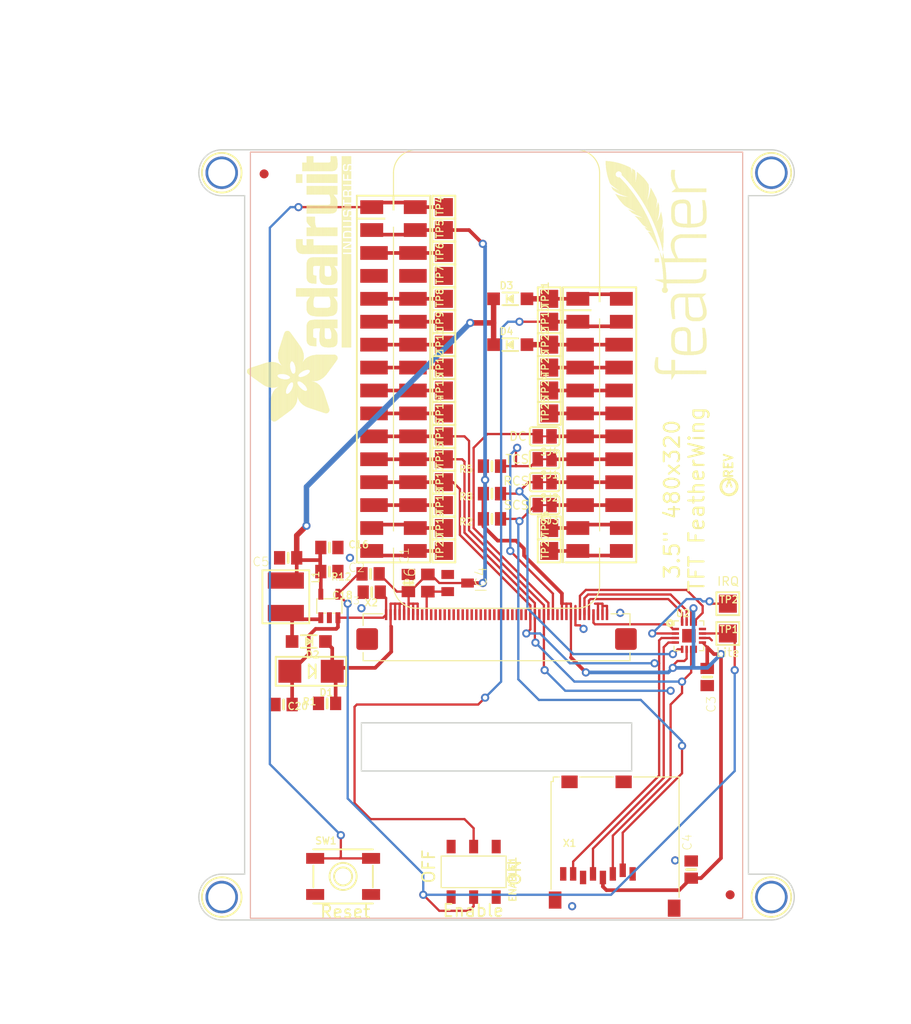
<source format=kicad_pcb>
(kicad_pcb (version 20171130) (host pcbnew 5.1.2-f72e74a~84~ubuntu18.04.1)
  (layers (0 Top signal) (1 Route2 signal) (2 Route3 signal) (3 Route4 signal) (4 Route5 signal) (5 Route6 signal) (6 Route7 signal) (7 Route8 signal) (8 Route9 signal) (9 Route10 signal) (10 Route11 signal) (11 Route12 signal) (12 Route13 signal) (13 Route14 signal) (14 Route15 signal) (31 Bottom signal) (34 B.Paste user) (35 F.Paste user) (36 B.SilkS user) (37 F.SilkS user) (38 B.Mask user) (39 F.Mask user) (44 Edge.Cuts user))
  (net 0 "")
  (net 1 GND)
  (net 2 +5V)
  (net 3 +24V)
  (net 4 3.3V)
  (net 5 "Net-(X1-Pad1)")
  (net 6 /SD_CS)
  (net 7 /MOSI)
  (net 8 /SCLK)
  (net 9 /MISO)
  (net 10 "Net-(X1-Pad8)")
  (net 11 /CARDDET)
  (net 12 "Net-(X1-PadCD1)")
  (net 13 /~TFT_RST)
  (net 14 /YU)
  (net 15 /XL)
  (net 16 /YD)
  (net 17 /XR)
  (net 18 "Net-(X2-Pad39)")
  (net 19 /TFT_CS)
  (net 20 /TFT_DC)
  (net 21 "Net-(X2-Pad35)")
  (net 22 "Net-(X2-Pad32)")
  (net 23 "Net-(X2-Pad31)")
  (net 24 "Net-(X2-Pad30)")
  (net 25 "Net-(X2-Pad29)")
  (net 26 "Net-(X2-Pad28)")
  (net 27 "Net-(X2-Pad27)")
  (net 28 "Net-(X2-Pad26)")
  (net 29 "Net-(X2-Pad25)")
  (net 30 "Net-(X2-Pad24)")
  (net 31 "Net-(X2-Pad23)")
  (net 32 "Net-(X2-Pad22)")
  (net 33 "Net-(X2-Pad21)")
  (net 34 "Net-(X2-Pad20)")
  (net 35 "Net-(X2-Pad19)")
  (net 36 "Net-(X2-Pad18)")
  (net 37 "Net-(X2-Pad17)")
  (net 38 "Net-(X2-Pad16)")
  (net 39 "Net-(X2-Pad15)")
  (net 40 "Net-(X2-Pad14)")
  (net 41 "Net-(X2-Pad13)")
  (net 42 "Net-(X2-Pad12)")
  (net 43 "Net-(X2-Pad11)")
  (net 44 /LEDK)
  (net 45 /LCD_LITE)
  (net 46 "Net-(D2-PadA)")
  (net 47 "Net-(U2-Pad12)")
  (net 48 "Net-(U2-Pad8)")
  (net 49 /RT_CS)
  (net 50 /RT_INT)
  (net 51 "Net-(MS2-Pad17')")
  (net 52 "Net-(MS2-Pad18')")
  (net 53 "Net-(MS2-Pad19')")
  (net 54 "Net-(MS2-Pad20')")
  (net 55 "Net-(MS2-Pad21')")
  (net 56 "Net-(MS2-Pad22')")
  (net 57 "Net-(MS2-Pad23')")
  (net 58 "Net-(MS2-Pad24')")
  (net 59 "Net-(MS2-Pad25')")
  (net 60 "Net-(D4-PadA)")
  (net 61 /EN)
  (net 62 "Net-(D3-PadA)")
  (net 63 "Net-(MS2-Pad16')")
  (net 64 "Net-(MS2-Pad15')")
  (net 65 "Net-(MS2-Pad14')")
  (net 66 "Net-(MS2-Pad10')")
  (net 67 "Net-(MS2-Pad9')")
  (net 68 "Net-(MS2-Pad8')")
  (net 69 "Net-(MS2-Pad7')")
  (net 70 "Net-(MS2-Pad6')")
  (net 71 "Net-(MS2-Pad5')")
  (net 72 "Net-(MS2-Pad3')")
  (net 73 "Net-(MS2-Pad1')")
  (net 74 "Net-(ENABLE1-PadO2)")
  (net 75 "Net-(ENABLE1-PadO1)")
  (module "Adafruit 3.5in 480x320 FeatherWing:FIDUCIAL_1MM" (layer Top) (at 174.4091 144.8816)
    (fp_text reference U$9 hide)
    (fp_text value FIDUCIAL_1MM hide)
    (pad 1 smd roundrect (at 0 0) (size 1 1) (layers Top F.Mask) (roundrect_rratio 0.5))
  )
  (module "Adafruit 3.5in 480x320 FeatherWing:0805-NO" (layer Top) (at 171.8691 120.7516 270)
    (fp_text reference C3 (at 2.032 0.127 90) (layer F.SilkS) (effects (font (size 0.9652 0.9652) (thickness 0.077216)) (justify right top)))
    (fp_text value 10uF)
    (pad 2 smd rect (at 0.95 0 270) (size 1.24 1.5) (layers Top F.Paste F.Mask) (net 1 GND))
    (pad 1 smd rect (at -0.95 0 270) (size 1.24 1.5) (layers Top F.Paste F.Mask) (net 4 3.3V))
  )
  (module "Adafruit 3.5in 480x320 FeatherWing:0805-NO" (layer Top) (at 170.0911 142.0876 90)
    (fp_text reference C4 (at 2.032 0.127 90) (layer F.SilkS) (effects (font (size 0.9652 0.9652) (thickness 0.077216)) (justify left bottom)))
    (fp_text value 10uF)
    (pad 2 smd rect (at 0.95 0 90) (size 1.24 1.5) (layers Top F.Paste F.Mask) (net 1 GND))
    (pad 1 smd rect (at -0.95 0 90) (size 1.24 1.5) (layers Top F.Paste F.Mask) (net 4 3.3V))
  )
  (module "Adafruit 3.5in 480x320 FeatherWing:0805-NO" (layer Top) (at 138.7221 110.3376 90)
    (fp_text reference C1 (at 2.032 0.127 90) (layer F.SilkS) (effects (font (size 0.9652 0.9652) (thickness 0.077216)) (justify left bottom)))
    (fp_text value 1uF)
    (pad 2 smd rect (at 0.95 0 90) (size 1.24 1.5) (layers Top F.Paste F.Mask) (net 1 GND))
    (pad 1 smd rect (at -0.95 0 90) (size 1.24 1.5) (layers Top F.Paste F.Mask) (net 4 3.3V))
  )
  (module "Adafruit 3.5in 480x320 FeatherWing:0805-NO" (layer Top) (at 125.3871 107.5436 180)
    (fp_text reference C5 (at 2.032 0.127) (layer F.SilkS) (effects (font (size 0.9652 0.9652) (thickness 0.077216)) (justify right top)))
    (fp_text value 10uF)
    (pad 2 smd rect (at 0.95 0 180) (size 1.24 1.5) (layers Top F.Paste F.Mask) (net 1 GND))
    (pad 1 smd rect (at -0.95 0 180) (size 1.24 1.5) (layers Top F.Paste F.Mask) (net 2 +5V))
  )
  (module "Adafruit 3.5in 480x320 FeatherWing:MOUNTINGHOLE_3.0_PLATEDTHIN" (layer Top) (at 118.0211 145.1356)
    (fp_text reference U$7 hide)
    (fp_text value MOUNTINGHOLE3.0THIN hide)
    (pad P$1 thru_hole circle (at 0 0) (size 3.6 3.6) (drill 3) (layers *.Cu *.Mask))
  )
  (module "Adafruit 3.5in 480x320 FeatherWing:MOUNTINGHOLE_3.0_PLATEDTHIN" (layer Top) (at 178.9811 145.1356)
    (fp_text reference U$15 hide)
    (fp_text value MOUNTINGHOLE3.0THIN hide)
    (pad P$1 thru_hole circle (at 0 0) (size 3.6 3.6) (drill 3) (layers *.Cu *.Mask))
  )
  (module "Adafruit 3.5in 480x320 FeatherWing:MOUNTINGHOLE_3.0_PLATEDTHIN" (layer Top) (at 118.0211 64.8716)
    (fp_text reference U$16 hide)
    (fp_text value MOUNTINGHOLE3.0THIN hide)
    (pad P$1 thru_hole circle (at 0 0) (size 3.6 3.6) (drill 3) (layers *.Cu *.Mask))
  )
  (module "Adafruit 3.5in 480x320 FeatherWing:MOUNTINGHOLE_3.0_PLATEDTHIN" (layer Top) (at 178.9811 64.8716)
    (fp_text reference U$17 hide)
    (fp_text value MOUNTINGHOLE3.0THIN hide)
    (pad P$1 thru_hole circle (at 0 0) (size 3.6 3.6) (drill 3) (layers *.Cu *.Mask))
  )
  (module "Adafruit 3.5in 480x320 FeatherWing:MICROSD" (layer Top) (at 154.5971 131.9276)
    (fp_text reference X1 (at 1.18 7.69) (layer F.SilkS) (effects (font (size 0.77216 0.77216) (thickness 0.138988)) (justify left bottom)))
    (fp_text value MicroSD)
    (pad 1 smd rect (at 9 10.64) (size 0.7 1.5) (layers Top F.Paste F.Mask) (net 5 "Net-(X1-Pad1)"))
    (pad 2 smd rect (at 7.9 10.24) (size 0.7 1.5) (layers Top F.Paste F.Mask) (net 6 /SD_CS))
    (pad 3 smd rect (at 6.8 10.64) (size 0.7 1.5) (layers Top F.Paste F.Mask) (net 7 /MOSI))
    (pad 4 smd rect (at 5.7 11.04) (size 0.7 1.5) (layers Top F.Paste F.Mask) (net 4 3.3V))
    (pad 5 smd rect (at 4.6 10.64) (size 0.7 1.5) (layers Top F.Paste F.Mask) (net 8 /SCLK))
    (pad 6 smd rect (at 3.5 11.04) (size 0.7 1.5) (layers Top F.Paste F.Mask) (net 1 GND))
    (pad 7 smd rect (at 2.4 10.64) (size 0.7 1.5) (layers Top F.Paste F.Mask) (net 9 /MISO))
    (pad 8 smd rect (at 1.3 10.64) (size 0.7 1.5) (layers Top F.Paste F.Mask) (net 10 "Net-(X1-Pad8)"))
    (pad CD2 smd rect (at 8 0.44 90) (size 1.4 1.8) (layers Top F.Paste F.Mask) (net 11 /CARDDET))
    (pad CD1 smd rect (at 2 0.44 90) (size 1.4 1.8) (layers Top F.Paste F.Mask) (net 12 "Net-(X1-PadCD1)"))
    (pad MT2 smd rect (at 13.6 14.44) (size 1.4 1.9) (layers Top F.Paste F.Mask) (net 1 GND))
    (pad MT1 smd rect (at 0.4 13.54) (size 1.4 1.9) (layers Top F.Paste F.Mask) (net 1 GND))
  )
  (module "Adafruit 3.5in 480x320 FeatherWing:0805-NO" (layer Top) (at 129.9591 109.0676)
    (fp_text reference C2 (at 2.032 0.127) (layer F.SilkS) (effects (font (size 0.9652 0.9652) (thickness 0.077216)) (justify left bottom)))
    (fp_text value 10uF)
    (pad 2 smd rect (at 0.95 0) (size 1.24 1.5) (layers Top F.Paste F.Mask) (net 1 GND))
    (pad 1 smd rect (at -0.95 0) (size 1.24 1.5) (layers Top F.Paste F.Mask) (net 2 +5V))
  )
  (module "Adafruit 3.5in 480x320 FeatherWing:SOT23" (layer Top) (at 144.1831 110.3376 270)
    (fp_text reference IC4 (at -1.905 -1.905 90) (layer F.SilkS) (effects (font (size 1.2065 1.2065) (thickness 0.09652)) (justify right top)))
    (fp_text value APX803-SAG)
    (pad 1 smd rect (at -0.95 1.1 270) (size 1 1.4) (layers Top F.Paste F.Mask) (net 1 GND))
    (pad 2 smd rect (at 0.95 1.1 270) (size 1 1.4) (layers Top F.Paste F.Mask) (net 13 /~TFT_RST))
    (pad 3 smd rect (at 0 -1.1 270) (size 1 1.4) (layers Top F.Paste F.Mask) (net 4 3.3V))
  )
  (module "Adafruit 3.5in 480x320 FeatherWing:R0805" (layer Top) (at 140.8811 110.3376 90)
    (fp_text reference R6 (at -0.635 -1.27 90) (layer F.SilkS) (effects (font (size 1.2065 1.2065) (thickness 0.09652)) (justify left bottom)))
    (fp_text value 10K)
    (pad 2 smd rect (at 0.95 0 90) (size 1.3 1.5) (layers Top F.Paste F.Mask) (net 4 3.3V))
    (pad 1 smd rect (at -0.95 0 90) (size 1.3 1.5) (layers Top F.Paste F.Mask) (net 13 /~TFT_RST))
  )
  (module "Adafruit 3.5in 480x320 FeatherWing:FIDUCIAL_1MM" (layer Top) (at 122.7201 64.9986)
    (fp_text reference U$23 hide)
    (fp_text value FIDUCIAL_1MM hide)
    (pad 1 smd roundrect (at 0 0) (size 1 1) (layers Top F.Mask) (roundrect_rratio 0.5))
  )
  (module "Adafruit 3.5in 480x320 FeatherWing:TFT_3.5IN_320X480_50PIN" (layer Bottom) (at 148.5011 110.0836 180)
    (fp_text reference X2 (at 14.726 -2.883) (layer F.SilkS) (effects (font (size 0.77216 0.77216) (thickness 0.138988)) (justify left bottom)))
    (fp_text value "3.5\" TFT")
    (pad PAD2 smd roundrect (at -14.35 -6.46) (size 2.4 2.4) (layers Top F.Paste F.Mask) (roundrect_rratio 0.125))
    (pad PAD1 smd roundrect (at 14.35 -6.46) (size 2.4 2.4) (layers Top F.Paste F.Mask) (roundrect_rratio 0.125))
    (pad 50 smd rect (at -12.25 -3.76) (size 0.275 1.2) (layers Top F.Paste F.Mask) (net 1 GND))
    (pad 49 smd rect (at -11.75 -3.76) (size 0.275 1.2) (layers Top F.Paste F.Mask) (net 1 GND))
    (pad 48 smd rect (at -11.25 -3.76) (size 0.275 1.2) (layers Top F.Paste F.Mask) (net 1 GND))
    (pad 47 smd rect (at -10.75 -3.76) (size 0.275 1.2) (layers Top F.Paste F.Mask) (net 14 /YU))
    (pad 46 smd rect (at -10.25 -3.76) (size 0.275 1.2) (layers Top F.Paste F.Mask) (net 15 /XL))
    (pad 45 smd rect (at -9.75 -3.76) (size 0.275 1.2) (layers Top F.Paste F.Mask) (net 16 /YD))
    (pad 44 smd rect (at -9.25 -3.76) (size 0.275 1.2) (layers Top F.Paste F.Mask) (net 17 /XR))
    (pad 43 smd rect (at -8.75 -3.76) (size 0.275 1.2) (layers Top F.Paste F.Mask) (net 1 GND))
    (pad 42 smd rect (at -8.25 -3.76) (size 0.275 1.2) (layers Top F.Paste F.Mask) (net 4 3.3V))
    (pad 41 smd rect (at -7.75 -3.76) (size 0.275 1.2) (layers Top F.Paste F.Mask) (net 4 3.3V))
    (pad 40 smd rect (at -7.25 -3.76) (size 0.275 1.2) (layers Top F.Paste F.Mask) (net 4 3.3V))
    (pad 39 smd rect (at -6.75 -3.76) (size 0.275 1.2) (layers Top F.Paste F.Mask) (net 18 "Net-(X2-Pad39)"))
    (pad 38 smd rect (at -6.25 -3.76) (size 0.275 1.2) (layers Top F.Paste F.Mask) (net 19 /TFT_CS))
    (pad 37 smd rect (at -5.75 -3.76) (size 0.275 1.2) (layers Top F.Paste F.Mask) (net 20 /TFT_DC))
    (pad 36 smd rect (at -5.25 -3.76) (size 0.275 1.2) (layers Top F.Paste F.Mask) (net 8 /SCLK))
    (pad 35 smd rect (at -4.75 -3.76) (size 0.275 1.2) (layers Top F.Paste F.Mask) (net 21 "Net-(X2-Pad35)"))
    (pad 34 smd rect (at -4.25 -3.76) (size 0.275 1.2) (layers Top F.Paste F.Mask) (net 7 /MOSI))
    (pad 33 smd rect (at -3.75 -3.76) (size 0.275 1.2) (layers Top F.Paste F.Mask) (net 9 /MISO))
    (pad 32 smd rect (at -3.25 -3.76) (size 0.275 1.2) (layers Top F.Paste F.Mask) (net 22 "Net-(X2-Pad32)"))
    (pad 31 smd rect (at -2.75 -3.76) (size 0.275 1.2) (layers Top F.Paste F.Mask) (net 23 "Net-(X2-Pad31)"))
    (pad 30 smd rect (at -2.25 -3.76) (size 0.275 1.2) (layers Top F.Paste F.Mask) (net 24 "Net-(X2-Pad30)"))
    (pad 29 smd rect (at -1.75 -3.76) (size 0.275 1.2) (layers Top F.Paste F.Mask) (net 25 "Net-(X2-Pad29)"))
    (pad 28 smd rect (at -1.25 -3.76) (size 0.275 1.2) (layers Top F.Paste F.Mask) (net 26 "Net-(X2-Pad28)"))
    (pad 27 smd rect (at -0.75 -3.76) (size 0.275 1.2) (layers Top F.Paste F.Mask) (net 27 "Net-(X2-Pad27)"))
    (pad 26 smd rect (at -0.25 -3.76) (size 0.275 1.2) (layers Top F.Paste F.Mask) (net 28 "Net-(X2-Pad26)"))
    (pad 25 smd rect (at 0.25 -3.76) (size 0.275 1.2) (layers Top F.Paste F.Mask) (net 29 "Net-(X2-Pad25)"))
    (pad 24 smd rect (at 0.75 -3.76) (size 0.275 1.2) (layers Top F.Paste F.Mask) (net 30 "Net-(X2-Pad24)"))
    (pad 23 smd rect (at 1.25 -3.76) (size 0.275 1.2) (layers Top F.Paste F.Mask) (net 31 "Net-(X2-Pad23)"))
    (pad 22 smd rect (at 1.75 -3.76) (size 0.275 1.2) (layers Top F.Paste F.Mask) (net 32 "Net-(X2-Pad22)"))
    (pad 21 smd rect (at 2.25 -3.76) (size 0.275 1.2) (layers Top F.Paste F.Mask) (net 33 "Net-(X2-Pad21)"))
    (pad 20 smd rect (at 2.75 -3.76) (size 0.275 1.2) (layers Top F.Paste F.Mask) (net 34 "Net-(X2-Pad20)"))
    (pad 19 smd rect (at 3.25 -3.76) (size 0.275 1.2) (layers Top F.Paste F.Mask) (net 35 "Net-(X2-Pad19)"))
    (pad 18 smd rect (at 3.75 -3.76) (size 0.275 1.2) (layers Top F.Paste F.Mask) (net 36 "Net-(X2-Pad18)"))
    (pad 17 smd rect (at 4.25 -3.76) (size 0.275 1.2) (layers Top F.Paste F.Mask) (net 37 "Net-(X2-Pad17)"))
    (pad 16 smd rect (at 4.75 -3.76) (size 0.275 1.2) (layers Top F.Paste F.Mask) (net 38 "Net-(X2-Pad16)"))
    (pad 15 smd rect (at 5.25 -3.76) (size 0.275 1.2) (layers Top F.Paste F.Mask) (net 39 "Net-(X2-Pad15)"))
    (pad 14 smd rect (at 5.75 -3.76) (size 0.275 1.2) (layers Top F.Paste F.Mask) (net 40 "Net-(X2-Pad14)"))
    (pad 13 smd rect (at 6.25 -3.76) (size 0.275 1.2) (layers Top F.Paste F.Mask) (net 41 "Net-(X2-Pad13)"))
    (pad 12 smd rect (at 6.75 -3.76) (size 0.275 1.2) (layers Top F.Paste F.Mask) (net 42 "Net-(X2-Pad12)"))
    (pad 11 smd rect (at 7.25 -3.76) (size 0.275 1.2) (layers Top F.Paste F.Mask) (net 43 "Net-(X2-Pad11)"))
    (pad 10 smd rect (at 7.75 -3.76) (size 0.275 1.2) (layers Top F.Paste F.Mask) (net 13 /~TFT_RST))
    (pad 9 smd rect (at 8.25 -3.76) (size 0.275 1.2) (layers Top F.Paste F.Mask))
    (pad 8 smd rect (at 8.75 -3.76) (size 0.275 1.2) (layers Top F.Paste F.Mask) (net 4 3.3V))
    (pad 7 smd rect (at 9.25 -3.76) (size 0.275 1.2) (layers Top F.Paste F.Mask) (net 4 3.3V))
    (pad 6 smd rect (at 9.75 -3.76) (size 0.275 1.2) (layers Top F.Paste F.Mask) (net 4 3.3V))
    (pad 5 smd rect (at 10.25 -3.76) (size 0.275 1.2) (layers Top F.Paste F.Mask) (net 3 +24V))
    (pad 4 smd rect (at 10.75 -3.76) (size 0.275 1.2) (layers Top F.Paste F.Mask) (net 3 +24V))
    (pad 3 smd rect (at 11.25 -3.76) (size 0.275 1.2) (layers Top F.Paste F.Mask) (net 3 +24V))
    (pad 2 smd rect (at 11.75 -3.76) (size 0.275 1.2) (layers Top F.Paste F.Mask) (net 3 +24V))
    (pad 1 smd rect (at 12.25 -3.76) (size 0.275 1.2) (layers Top F.Paste F.Mask) (net 44 /LEDK))
  )
  (module "Adafruit 3.5in 480x320 FeatherWing:SOT23-5@1" (layer Top) (at 129.9591 112.8776)
    (fp_text reference U3 (at 1.778 -0.127) (layer F.SilkS) (effects (font (size 0.77216 0.77216) (thickness 0.061772)) (justify left bottom)))
    (fp_text value FAN5333BSX)
    (pad 5 smd rect (at -0.95 -1.3001) (size 0.55 1.2) (layers Top F.Paste F.Mask) (net 2 +5V))
    (pad 4 smd rect (at 0.95 -1.3001) (size 0.55 1.2) (layers Top F.Paste F.Mask) (net 45 /LCD_LITE))
    (pad 3 smd rect (at 0.95 1.3001) (size 0.55 1.2) (layers Top F.Paste F.Mask) (net 44 /LEDK))
    (pad 2 smd rect (at 0 1.3001) (size 0.55 1.2) (layers Top F.Paste F.Mask) (net 1 GND))
    (pad 1 smd rect (at -0.95 1.3001) (size 0.55 1.2) (layers Top F.Paste F.Mask) (net 46 "Net-(D2-PadA)"))
  )
  (module "Adafruit 3.5in 480x320 FeatherWing:0805-NO" (layer Top) (at 129.9591 106.4006)
    (fp_text reference C16 (at 2.032 0.127) (layer F.SilkS) (effects (font (size 0.77216 0.77216) (thickness 0.138988)) (justify left bottom)))
    (fp_text value 1uF)
    (pad 2 smd rect (at 0.95 0) (size 1.24 1.5) (layers Top F.Paste F.Mask) (net 1 GND))
    (pad 1 smd rect (at -0.95 0) (size 1.24 1.5) (layers Top F.Paste F.Mask) (net 2 +5V))
  )
  (module "Adafruit 3.5in 480x320 FeatherWing:INDUCTOR_5X5MM_NR5040_NOTHERMALS" (layer Top) (at 125.1331 111.8616 270)
    (fp_text reference L1 (at -2.946 -2.846 90) (layer F.SilkS) (effects (font (size 0.77216 0.77216) (thickness 0.138988)) (justify right top)))
    (fp_text value 15uH)
    (pad P$2 smd rect (at 1.8 0 270) (size 1.8 4) (layers Top F.Paste F.Mask) (net 46 "Net-(D2-PadA)"))
    (pad P$1 smd rect (at -1.8 0 270) (size 1.8 4) (layers Top F.Paste F.Mask) (net 2 +5V))
  )
  (module "Adafruit 3.5in 480x320 FeatherWing:SOD-123" (layer Top) (at 127.6731 116.8146 180)
    (fp_text reference D2 (at -1.27 -1.016) (layer F.SilkS) (effects (font (size 0.77216 0.77216) (thickness 0.138988)) (justify right top)))
    (fp_text value MBR0540)
    (pad A smd rect (at 1.85 0 270) (size 1.4 1.4) (layers Top F.Paste F.Mask) (net 46 "Net-(D2-PadA)"))
    (pad C smd rect (at -1.85 0 270) (size 1.4 1.4) (layers Top F.Paste F.Mask) (net 3 +24V))
  )
  (module "Adafruit 3.5in 480x320 FeatherWing:0805-NO" (layer Top) (at 124.8791 123.7996)
    (fp_text reference R1 (at 2.032 0.127) (layer F.SilkS) (effects (font (size 0.77216 0.77216) (thickness 0.138988)) (justify left bottom)))
    (fp_text value 12Ω)
    (pad 2 smd rect (at 0.95 0) (size 1.24 1.5) (layers Top F.Paste F.Mask) (net 44 /LEDK))
    (pad 1 smd rect (at -0.95 0) (size 1.24 1.5) (layers Top F.Paste F.Mask) (net 1 GND))
  )
  (module "Adafruit 3.5in 480x320 FeatherWing:0805-NO" (layer Top) (at 134.6581 111.3536 180)
    (fp_text reference C18 (at 2.032 0.127) (layer F.SilkS) (effects (font (size 0.77216 0.77216) (thickness 0.138988)) (justify right top)))
    (fp_text value 0.1uF)
    (pad 2 smd rect (at 0.95 0 180) (size 1.24 1.5) (layers Top F.Paste F.Mask) (net 1 GND))
    (pad 1 smd rect (at -0.95 0 180) (size 1.24 1.5) (layers Top F.Paste F.Mask) (net 44 /LEDK))
  )
  (module "Adafruit 3.5in 480x320 FeatherWing:SMADIODE" (layer Top) (at 127.9271 120.1166 180)
    (fp_text reference D1 (at -2.54 -1.905) (layer F.SilkS) (effects (font (size 0.77216 0.77216) (thickness 0.138988)) (justify right top)))
    (fp_text value MM3Z24VT1G)
    (pad A smd rect (at 2.3495 0) (size 2.54 2.54) (layers Top F.Paste F.Mask) (net 44 /LEDK))
    (pad C smd rect (at -2.3495 0 180) (size 2.54 2.54) (layers Top F.Paste F.Mask) (net 3 +24V))
  )
  (module "Adafruit 3.5in 480x320 FeatherWing:0805-NO" (layer Top) (at 129.7051 123.6726 180)
    (fp_text reference C20 (at 2.032 0.127) (layer F.SilkS) (effects (font (size 0.77216 0.77216) (thickness 0.138988)) (justify right top)))
    (fp_text value 1uF)
    (pad 2 smd rect (at 0.95 0 180) (size 1.24 1.5) (layers Top F.Paste F.Mask) (net 1 GND))
    (pad 1 smd rect (at -0.95 0 180) (size 1.24 1.5) (layers Top F.Paste F.Mask) (net 3 +24V))
  )
  (module "Adafruit 3.5in 480x320 FeatherWing:QFN16_3MM" (layer Top) (at 169.8371 116.1796)
    (fp_text reference U2 (at -1.524 -2.032) (layer F.SilkS) (effects (font (size 0.77216 0.77216) (thickness 0.138988)) (justify left bottom)))
    (fp_text value STMPE811)
    (pad 16 smd rect (at -0.75 -1.5 270) (size 0.8 0.28) (layers Top F.Paste F.Mask) (net 15 /XL))
    (pad 15 smd rect (at -0.25 -1.5 270) (size 0.8 0.28) (layers Top F.Paste F.Mask) (net 16 /YD))
    (pad 14 smd rect (at 0.25 -1.5 270) (size 0.8 0.28) (layers Top F.Paste F.Mask) (net 4 3.3V))
    (pad 13 smd rect (at 0.75 -1.5 270) (size 0.8 0.28) (layers Top F.Paste F.Mask) (net 17 /XR))
    (pad 12 smd rect (at 1.5 -0.75 180) (size 0.8 0.28) (layers Top F.Paste F.Mask) (net 47 "Net-(U2-Pad12)"))
    (pad 11 smd rect (at 1.5 -0.25 180) (size 0.8 0.28) (layers Top F.Paste F.Mask) (net 45 /LCD_LITE))
    (pad 10 smd rect (at 1.5 0.25 180) (size 0.8 0.28) (layers Top F.Paste F.Mask) (net 1 GND))
    (pad 9 smd rect (at 1.5 0.75 180) (size 0.8 0.28) (layers Top F.Paste F.Mask) (net 4 3.3V))
    (pad 8 smd rect (at 0.75 1.5 90) (size 0.8 0.28) (layers Top F.Paste F.Mask) (net 48 "Net-(U2-Pad8)"))
    (pad 7 smd rect (at 0.25 1.5 90) (size 0.8 0.28) (layers Top F.Paste F.Mask) (net 7 /MOSI))
    (pad 6 smd rect (at -0.25 1.5 90) (size 0.8 0.28) (layers Top F.Paste F.Mask) (net 4 3.3V))
    (pad 5 smd rect (at -0.75 1.5 90) (size 0.8 0.28) (layers Top F.Paste F.Mask) (net 49 /RT_CS))
    (pad 4 smd rect (at -1.5 0.75) (size 0.8 0.28) (layers Top F.Paste F.Mask) (net 8 /SCLK))
    (pad 3 smd rect (at -1.5 0.25) (size 0.8 0.28) (layers Top F.Paste F.Mask) (net 9 /MISO))
    (pad 2 smd rect (at -1.5 -0.25) (size 0.8 0.28) (layers Top F.Paste F.Mask) (net 50 /RT_INT))
    (pad 1 smd rect (at -1.5 -0.75) (size 0.8 0.28) (layers Top F.Paste F.Mask) (net 14 /YU))
    (pad THERMAL smd rect (at 0 0) (size 1.5 1.5) (layers Top F.Mask))
  )
  (module "Adafruit 3.5in 480x320 FeatherWing:0805-NO" (layer Top) (at 134.5311 109.3216 180)
    (fp_text reference R12 (at 2.032 0.127) (layer F.SilkS) (effects (font (size 0.77216 0.77216) (thickness 0.138988)) (justify right top)))
    (fp_text value 10K)
    (pad 2 smd rect (at 0.95 0 180) (size 1.24 1.5) (layers Top F.Paste F.Mask) (net 45 /LCD_LITE))
    (pad 1 smd rect (at -0.95 0 180) (size 1.24 1.5) (layers Top F.Paste F.Mask) (net 4 3.3V))
  )
  (module "Adafruit 3.5in 480x320 FeatherWing:TESTPOINT_PAD_2MM" (layer Top) (at 174.1551 115.9256)
    (fp_text reference TP1 (at -1.016 0) (layer F.SilkS) (effects (font (size 0.77216 0.77216) (thickness 0.138988)) (justify left bottom)))
    (fp_text value TESTPOINTPAD2MM)
    (pad P$1 smd rect (at 0 0) (size 2 2) (layers Top F.Mask) (net 45 /LCD_LITE))
  )
  (module "Adafruit 3.5in 480x320 FeatherWing:TESTPOINT_PAD_2MM" (layer Top) (at 174.1551 112.6236)
    (fp_text reference TP2 (at -1.016 0) (layer F.SilkS) (effects (font (size 0.77216 0.77216) (thickness 0.138988)) (justify left bottom)))
    (fp_text value TESTPOINTPAD2MM)
    (pad P$1 smd rect (at 0 0) (size 2 2) (layers Top F.Mask) (net 50 /RT_INT))
  )
  (module "Adafruit 3.5in 480x320 FeatherWing:FEATHERWING_SMT2" (layer Top) (at 137.0711 62.3316 270)
    (fp_text reference MS2 hide)
    (fp_text value FEATHERWING_SMTDUAL hide)
    (pad "" np_thru_hole circle (at 43.18 0 270) (size 1.8 1.8) (drill 1.8) (layers *.Cu *.Mask))
    (pad "" np_thru_hole circle (at 7.62 0 270) (size 1.8 1.8) (drill 1.8) (layers *.Cu *.Mask))
    (pad "" np_thru_hole circle (at 43.18 -22.86 270) (size 1.8 1.8) (drill 1.8) (layers *.Cu *.Mask))
    (pad "" np_thru_hole circle (at 17.78 -22.86 270) (size 1.8 1.8) (drill 1.8) (layers *.Cu *.Mask))
    (pad 17' smd rect (at 44.45 -25.273 180) (size 2.54 1.524) (layers Top F.Paste F.Mask) (net 51 "Net-(MS2-Pad17')"))
    (pad 17 smd rect (at 44.45 -20.447) (size 2.54 1.524) (layers Top F.Paste F.Mask) (net 51 "Net-(MS2-Pad17')"))
    (pad 18' smd rect (at 41.91 -25.273 180) (size 2.54 1.524) (layers Top F.Paste F.Mask) (net 52 "Net-(MS2-Pad18')"))
    (pad 18 smd rect (at 41.91 -20.447) (size 2.54 1.524) (layers Top F.Paste F.Mask) (net 52 "Net-(MS2-Pad18')"))
    (pad 19' smd rect (at 39.37 -25.019 180) (size 3.048 1.524) (layers Top F.Paste F.Mask) (net 53 "Net-(MS2-Pad19')"))
    (pad 19 smd rect (at 39.37 -20.701) (size 3.048 1.524) (layers Top F.Paste F.Mask) (net 53 "Net-(MS2-Pad19')"))
    (pad 20' smd rect (at 36.83 -25.019 180) (size 3.048 1.524) (layers Top F.Paste F.Mask) (net 54 "Net-(MS2-Pad20')"))
    (pad 20 smd rect (at 36.83 -20.701) (size 3.048 1.524) (layers Top F.Paste F.Mask) (net 54 "Net-(MS2-Pad20')"))
    (pad 21' smd rect (at 34.29 -25.019 180) (size 3.048 1.524) (layers Top F.Paste F.Mask) (net 55 "Net-(MS2-Pad21')"))
    (pad 21 smd rect (at 34.29 -20.701) (size 3.048 1.524) (layers Top F.Paste F.Mask) (net 55 "Net-(MS2-Pad21')"))
    (pad 22' smd rect (at 31.75 -25.019 180) (size 3.048 1.524) (layers Top F.Paste F.Mask) (net 56 "Net-(MS2-Pad22')"))
    (pad 22 smd rect (at 31.75 -20.701) (size 3.048 1.524) (layers Top F.Paste F.Mask) (net 56 "Net-(MS2-Pad22')"))
    (pad 23' smd rect (at 29.21 -25.019 180) (size 3.048 1.524) (layers Top F.Paste F.Mask) (net 57 "Net-(MS2-Pad23')"))
    (pad 23 smd rect (at 29.21 -20.701) (size 3.048 1.524) (layers Top F.Paste F.Mask) (net 57 "Net-(MS2-Pad23')"))
    (pad 24' smd rect (at 26.67 -25.019 180) (size 3.048 1.524) (layers Top F.Paste F.Mask) (net 58 "Net-(MS2-Pad24')"))
    (pad 24 smd rect (at 26.67 -20.701) (size 3.048 1.524) (layers Top F.Paste F.Mask) (net 58 "Net-(MS2-Pad24')"))
    (pad 25' smd rect (at 24.13 -25.019 180) (size 3.048 1.524) (layers Top F.Paste F.Mask) (net 59 "Net-(MS2-Pad25')"))
    (pad 25 smd rect (at 24.13 -20.701) (size 3.048 1.524) (layers Top F.Paste F.Mask) (net 59 "Net-(MS2-Pad25')"))
    (pad 26' smd rect (at 21.59 -25.019 180) (size 3.048 1.524) (layers Top F.Paste F.Mask) (net 60 "Net-(D4-PadA)"))
    (pad 26 smd rect (at 21.59 -20.701) (size 3.048 1.524) (layers Top F.Paste F.Mask) (net 60 "Net-(D4-PadA)"))
    (pad 27 smd rect (at 19.05 -20.447) (size 2.54 1.524) (layers Top F.Paste F.Mask) (net 61 /EN))
    (pad 27' smd rect (at 19.05 -25.273 180) (size 2.54 1.524) (layers Top F.Paste F.Mask) (net 61 /EN))
    (pad 28 smd rect (at 16.51 -20.447) (size 2.54 1.524) (layers Top F.Paste F.Mask) (net 62 "Net-(D3-PadA)"))
    (pad 28' smd rect (at 16.51 -25.273) (size 2.54 1.524) (layers Top F.Paste F.Mask) (net 62 "Net-(D3-PadA)"))
    (pad 16 smd rect (at 44.45 -2.413 180) (size 2.54 1.524) (layers Top F.Paste F.Mask) (net 63 "Net-(MS2-Pad16')"))
    (pad 16' smd rect (at 44.45 2.413) (size 2.54 1.524) (layers Top F.Paste F.Mask) (net 63 "Net-(MS2-Pad16')"))
    (pad 15 smd rect (at 41.91 -2.413 180) (size 2.54 1.524) (layers Top F.Paste F.Mask) (net 64 "Net-(MS2-Pad15')"))
    (pad 15' smd rect (at 41.91 2.413) (size 2.54 1.524) (layers Top F.Paste F.Mask) (net 64 "Net-(MS2-Pad15')"))
    (pad 14 smd rect (at 39.37 -2.159 180) (size 3.048 1.524) (layers Top F.Paste F.Mask) (net 65 "Net-(MS2-Pad14')"))
    (pad 14' smd rect (at 39.37 2.159) (size 3.048 1.524) (layers Top F.Paste F.Mask) (net 65 "Net-(MS2-Pad14')"))
    (pad 13 smd rect (at 36.83 -2.159 180) (size 3.048 1.524) (layers Top F.Paste F.Mask) (net 9 /MISO))
    (pad 13' smd rect (at 36.83 2.159) (size 3.048 1.524) (layers Top F.Paste F.Mask) (net 9 /MISO))
    (pad 12 smd rect (at 34.29 -2.159 180) (size 3.048 1.524) (layers Top F.Paste F.Mask) (net 7 /MOSI))
    (pad 12' smd rect (at 34.29 2.159) (size 3.048 1.524) (layers Top F.Paste F.Mask) (net 7 /MOSI))
    (pad 11 smd rect (at 31.75 -2.159 180) (size 3.048 1.524) (layers Top F.Paste F.Mask) (net 8 /SCLK))
    (pad 11' smd rect (at 31.75 2.159) (size 3.048 1.524) (layers Top F.Paste F.Mask) (net 8 /SCLK))
    (pad 10 smd rect (at 29.21 -2.159 180) (size 3.048 1.524) (layers Top F.Paste F.Mask) (net 66 "Net-(MS2-Pad10')"))
    (pad 10' smd rect (at 29.21 2.159) (size 3.048 1.524) (layers Top F.Paste F.Mask) (net 66 "Net-(MS2-Pad10')"))
    (pad 9 smd rect (at 26.67 -2.159 180) (size 3.048 1.524) (layers Top F.Paste F.Mask) (net 67 "Net-(MS2-Pad9')"))
    (pad 9' smd rect (at 26.67 2.159) (size 3.048 1.524) (layers Top F.Paste F.Mask) (net 67 "Net-(MS2-Pad9')"))
    (pad 8 smd rect (at 24.13 -2.159 180) (size 3.048 1.524) (layers Top F.Paste F.Mask) (net 68 "Net-(MS2-Pad8')"))
    (pad 8' smd rect (at 24.13 2.159) (size 3.048 1.524) (layers Top F.Paste F.Mask) (net 68 "Net-(MS2-Pad8')"))
    (pad 7 smd rect (at 21.59 -2.159 180) (size 3.048 1.524) (layers Top F.Paste F.Mask) (net 69 "Net-(MS2-Pad7')"))
    (pad 7' smd rect (at 21.59 2.159) (size 3.048 1.524) (layers Top F.Paste F.Mask) (net 69 "Net-(MS2-Pad7')"))
    (pad 6 smd rect (at 19.05 -2.159 180) (size 3.048 1.524) (layers Top F.Paste F.Mask) (net 70 "Net-(MS2-Pad6')"))
    (pad 6' smd rect (at 19.05 2.159) (size 3.048 1.524) (layers Top F.Paste F.Mask) (net 70 "Net-(MS2-Pad6')"))
    (pad 5 smd rect (at 16.51 -2.159 180) (size 3.048 1.524) (layers Top F.Paste F.Mask) (net 71 "Net-(MS2-Pad5')"))
    (pad 5' smd rect (at 16.51 2.159) (size 3.048 1.524) (layers Top F.Paste F.Mask) (net 71 "Net-(MS2-Pad5')"))
    (pad 4 smd rect (at 13.97 -2.159 180) (size 3.048 1.524) (layers Top F.Paste F.Mask) (net 1 GND))
    (pad 4' smd rect (at 13.97 2.159) (size 3.048 1.524) (layers Top F.Paste F.Mask) (net 1 GND))
    (pad 3 smd rect (at 11.43 -2.159 180) (size 3.048 1.524) (layers Top F.Paste F.Mask) (net 72 "Net-(MS2-Pad3')"))
    (pad 3' smd rect (at 11.43 2.159) (size 3.048 1.524) (layers Top F.Paste F.Mask) (net 72 "Net-(MS2-Pad3')"))
    (pad 2' smd rect (at 8.89 2.413) (size 2.54 1.524) (layers Top F.Paste F.Mask) (net 4 3.3V))
    (pad 2 smd rect (at 8.89 -2.413 180) (size 2.54 1.524) (layers Top F.Paste F.Mask) (net 4 3.3V))
    (pad 1' smd rect (at 6.35 2.413) (size 2.54 1.524) (layers Top F.Paste F.Mask) (net 73 "Net-(MS2-Pad1')"))
    (pad 1 smd rect (at 6.35 -2.413) (size 2.54 1.524) (layers Top F.Paste F.Mask) (net 73 "Net-(MS2-Pad1')"))
  )
  (module "Adafruit 3.5in 480x320 FeatherWing:0805-NO" (layer Top) (at 147.9931 97.3836 180)
    (fp_text reference R5 (at 2.032 0.127) (layer F.SilkS) (effects (font (size 0.77216 0.77216) (thickness 0.138988)) (justify right top)))
    (fp_text value 100K)
    (pad 2 smd rect (at 0.95 0 180) (size 1.24 1.5) (layers Top F.Paste F.Mask) (net 4 3.3V))
    (pad 1 smd rect (at -0.95 0 180) (size 1.24 1.5) (layers Top F.Paste F.Mask) (net 19 /TFT_CS))
  )
  (module "Adafruit 3.5in 480x320 FeatherWing:SOLDERJUMPER_CLOSEDWIRE" (layer Top) (at 153.8351 96.6216 180)
    (fp_text reference SJ1 (at -1.651 -1.27) (layer F.SilkS) (effects (font (size 0.77216 0.77216) (thickness 0.138988)) (justify right top)))
    (fp_text value SOLDERJUMPER_CLOSED)
    (pad WIRE smd rect (at 0 0 180) (size 0.635 0.2032) (layers Top F.Mask))
    (pad 2 smd rect (at 0.762 0 180) (size 1.1684 1.6002) (layers Top F.Mask) (net 19 /TFT_CS))
    (pad 1 smd rect (at -0.762 0 180) (size 1.1684 1.6002) (layers Top F.Mask) (net 55 "Net-(MS2-Pad21')"))
  )
  (module "Adafruit 3.5in 480x320 FeatherWing:EVQ-Q2_SMALLER" (layer Top) (at 131.4831 142.8496)
    (fp_text reference SW1 (at -3.175 -3.5) (layer F.SilkS) (effects (font (size 0.77216 0.77216) (thickness 0.138988)) (justify left bottom)))
    (fp_text value EVQQ2)
    (pad A smd rect (at -3.1 2) (size 2 1.2) (layers Top F.Paste F.Mask) (net 1 GND))
    (pad A' smd rect (at 3.1 2) (size 2 1.2) (layers Top F.Paste F.Mask) (net 1 GND))
    (pad B' smd rect (at 3.1 -2) (size 2 1.2) (layers Top F.Paste F.Mask) (net 73 "Net-(MS2-Pad1')"))
    (pad B smd rect (at -3.1 -2) (size 2 1.2) (layers Top F.Paste F.Mask) (net 73 "Net-(MS2-Pad1')"))
  )
  (module "Adafruit 3.5in 480x320 FeatherWing:SOLDERJUMPER_CLOSEDWIRE" (layer Top) (at 153.8351 99.1616 180)
    (fp_text reference SJ2 (at -1.651 -1.27) (layer F.SilkS) (effects (font (size 0.77216 0.77216) (thickness 0.138988)) (justify right top)))
    (fp_text value SOLDERJUMPER_CLOSED)
    (pad WIRE smd rect (at 0 0 180) (size 0.635 0.2032) (layers Top F.Mask))
    (pad 2 smd rect (at 0.762 0 180) (size 1.1684 1.6002) (layers Top F.Mask) (net 49 /RT_CS))
    (pad 1 smd rect (at -0.762 0 180) (size 1.1684 1.6002) (layers Top F.Mask) (net 54 "Net-(MS2-Pad20')"))
  )
  (module "Adafruit 3.5in 480x320 FeatherWing:SOLDERJUMPER_CLOSEDWIRE" (layer Top) (at 153.8351 101.7016 180)
    (fp_text reference SJ3 (at -1.651 -1.27) (layer F.SilkS) (effects (font (size 0.77216 0.77216) (thickness 0.138988)) (justify right top)))
    (fp_text value SOLDERJUMPER_CLOSED)
    (pad WIRE smd rect (at 0 0 180) (size 0.635 0.2032) (layers Top F.Mask))
    (pad 2 smd rect (at 0.762 0 180) (size 1.1684 1.6002) (layers Top F.Mask) (net 6 /SD_CS))
    (pad 1 smd rect (at -0.762 0 180) (size 1.1684 1.6002) (layers Top F.Mask) (net 53 "Net-(MS2-Pad19')"))
  )
  (module "Adafruit 3.5in 480x320 FeatherWing:0805-NO" (layer Top) (at 147.9931 103.2256 180)
    (fp_text reference R2 (at 2.032 0.127) (layer F.SilkS) (effects (font (size 0.77216 0.77216) (thickness 0.138988)) (justify right top)))
    (fp_text value 100K)
    (pad 2 smd rect (at 0.95 0 180) (size 1.24 1.5) (layers Top F.Paste F.Mask) (net 4 3.3V))
    (pad 1 smd rect (at -0.95 0 180) (size 1.24 1.5) (layers Top F.Paste F.Mask) (net 6 /SD_CS))
  )
  (module "Adafruit 3.5in 480x320 FeatherWing:0805-NO" (layer Top) (at 147.9931 100.4316 180)
    (fp_text reference R8 (at 2.032 0.127) (layer F.SilkS) (effects (font (size 0.77216 0.77216) (thickness 0.138988)) (justify right top)))
    (fp_text value 100K)
    (pad 2 smd rect (at 0.95 0 180) (size 1.24 1.5) (layers Top F.Paste F.Mask) (net 4 3.3V))
    (pad 1 smd rect (at -0.95 0 180) (size 1.24 1.5) (layers Top F.Paste F.Mask) (net 49 /RT_CS))
  )
  (module "Adafruit 3.5in 480x320 FeatherWing:SOLDERJUMPER_CLOSEDWIRE" (layer Top) (at 153.8351 94.0816 180)
    (fp_text reference SJ4 (at -1.651 -1.27) (layer F.SilkS) (effects (font (size 0.77216 0.77216) (thickness 0.138988)) (justify right top)))
    (fp_text value SOLDERJUMPER_CLOSED)
    (pad WIRE smd rect (at 0 0 180) (size 0.635 0.2032) (layers Top F.Mask))
    (pad 2 smd rect (at 0.762 0 180) (size 1.1684 1.6002) (layers Top F.Mask) (net 20 /TFT_DC))
    (pad 1 smd rect (at -0.762 0 180) (size 1.1684 1.6002) (layers Top F.Mask) (net 56 "Net-(MS2-Pad22')"))
  )
  (module "Adafruit 3.5in 480x320 FeatherWing:EG1390" (layer Top) (at 145.9611 142.3416 180)
    (fp_text reference ENABLE1 (at -3.886 1.764 90) (layer F.SilkS) (effects (font (size 0.77216 0.77216) (thickness 0.138988)) (justify right top)))
    (fp_text value "Slide Switch")
    (pad "" np_thru_hole circle (at -1.5 0 180) (size 1 1) (drill 1) (layers *.Cu *.Mask))
    (pad "" np_thru_hole circle (at 1.5 0 180) (size 1 1) (drill 1) (layers *.Cu *.Mask))
    (pad O2 smd rect (at -2.5 2.8 180) (size 1 1.5) (layers Top F.Paste F.Mask) (net 74 "Net-(ENABLE1-PadO2)"))
    (pad P2 smd rect (at 0 2.8 180) (size 1 1.5) (layers Top F.Paste F.Mask) (net 61 /EN))
    (pad S2 smd rect (at 2.5 2.8 180) (size 1 1.5) (layers Top F.Paste F.Mask) (net 1 GND))
    (pad S1 smd rect (at 2.5 -2.8 180) (size 1 1.5) (layers Top F.Paste F.Mask) (net 1 GND))
    (pad P1 smd rect (at 0 -2.8 180) (size 1 1.5) (layers Top F.Paste F.Mask) (net 45 /LCD_LITE))
    (pad O1 smd rect (at -2.5 -2.8 180) (size 1 1.5) (layers Top F.Paste F.Mask) (net 75 "Net-(ENABLE1-PadO1)"))
  )
  (module "Adafruit 3.5in 480x320 FeatherWing:TESTPOINT_PAD_2MM" (layer Top) (at 142.6591 68.6816 90)
    (fp_text reference TP4 (at -1.016 0 90) (layer F.SilkS) (effects (font (size 0.77216 0.77216) (thickness 0.138988)) (justify left bottom)))
    (fp_text value TESTPOINTPAD2MM)
    (pad P$1 smd rect (at 0 0 90) (size 2 2) (layers Top F.Mask) (net 73 "Net-(MS2-Pad1')"))
  )
  (module "Adafruit 3.5in 480x320 FeatherWing:TESTPOINT_PAD_2MM" (layer Top) (at 142.6591 71.2216 90)
    (fp_text reference TP5 (at -1.016 0 90) (layer F.SilkS) (effects (font (size 0.77216 0.77216) (thickness 0.138988)) (justify left bottom)))
    (fp_text value TESTPOINTPAD2MM)
    (pad P$1 smd rect (at 0 0 90) (size 2 2) (layers Top F.Mask) (net 4 3.3V))
  )
  (module "Adafruit 3.5in 480x320 FeatherWing:TESTPOINT_PAD_2MM" (layer Top) (at 142.6591 73.7616 90)
    (fp_text reference TP6 (at -1.016 0 90) (layer F.SilkS) (effects (font (size 0.77216 0.77216) (thickness 0.138988)) (justify left bottom)))
    (fp_text value TESTPOINTPAD2MM)
    (pad P$1 smd rect (at 0 0 90) (size 2 2) (layers Top F.Mask) (net 72 "Net-(MS2-Pad3')"))
  )
  (module "Adafruit 3.5in 480x320 FeatherWing:TESTPOINT_PAD_2MM" (layer Top) (at 142.6591 76.3016 90)
    (fp_text reference TP7 (at -1.016 0 90) (layer F.SilkS) (effects (font (size 0.77216 0.77216) (thickness 0.138988)) (justify left bottom)))
    (fp_text value TESTPOINTPAD2MM)
    (pad P$1 smd rect (at 0 0 90) (size 2 2) (layers Top F.Mask) (net 1 GND))
  )
  (module "Adafruit 3.5in 480x320 FeatherWing:TESTPOINT_PAD_2MM" (layer Top) (at 142.6591 78.8416 90)
    (fp_text reference TP8 (at -1.016 0 90) (layer F.SilkS) (effects (font (size 0.77216 0.77216) (thickness 0.138988)) (justify left bottom)))
    (fp_text value TESTPOINTPAD2MM)
    (pad P$1 smd rect (at 0 0 90) (size 2 2) (layers Top F.Mask) (net 71 "Net-(MS2-Pad5')"))
  )
  (module "Adafruit 3.5in 480x320 FeatherWing:TESTPOINT_PAD_2MM" (layer Top) (at 142.6591 81.3816 90)
    (fp_text reference TP9 (at -1.016 0 90) (layer F.SilkS) (effects (font (size 0.77216 0.77216) (thickness 0.138988)) (justify left bottom)))
    (fp_text value TESTPOINTPAD2MM)
    (pad P$1 smd rect (at 0 0 90) (size 2 2) (layers Top F.Mask) (net 70 "Net-(MS2-Pad6')"))
  )
  (module "Adafruit 3.5in 480x320 FeatherWing:TESTPOINT_PAD_2MM" (layer Top) (at 142.6591 83.9216 90)
    (fp_text reference TP11 (at -1.016 0 90) (layer F.SilkS) (effects (font (size 0.77216 0.77216) (thickness 0.138988)) (justify left bottom)))
    (fp_text value TESTPOINTPAD2MM)
    (pad P$1 smd rect (at 0 0 90) (size 2 2) (layers Top F.Mask) (net 69 "Net-(MS2-Pad7')"))
  )
  (module "Adafruit 3.5in 480x320 FeatherWing:TESTPOINT_PAD_2MM" (layer Top) (at 142.6591 86.4616 90)
    (fp_text reference TP12 (at -1.016 0 90) (layer F.SilkS) (effects (font (size 0.77216 0.77216) (thickness 0.138988)) (justify left bottom)))
    (fp_text value TESTPOINTPAD2MM)
    (pad P$1 smd rect (at 0 0 90) (size 2 2) (layers Top F.Mask) (net 68 "Net-(MS2-Pad8')"))
  )
  (module "Adafruit 3.5in 480x320 FeatherWing:TESTPOINT_PAD_2MM" (layer Top) (at 142.6591 89.0016 90)
    (fp_text reference TP13 (at -1.016 0 90) (layer F.SilkS) (effects (font (size 0.77216 0.77216) (thickness 0.138988)) (justify left bottom)))
    (fp_text value TESTPOINTPAD2MM)
    (pad P$1 smd rect (at 0 0 90) (size 2 2) (layers Top F.Mask) (net 67 "Net-(MS2-Pad9')"))
  )
  (module "Adafruit 3.5in 480x320 FeatherWing:TESTPOINT_PAD_2MM" (layer Top) (at 142.6591 91.5416 90)
    (fp_text reference TP14 (at -1.016 0 90) (layer F.SilkS) (effects (font (size 0.77216 0.77216) (thickness 0.138988)) (justify left bottom)))
    (fp_text value TESTPOINTPAD2MM)
    (pad P$1 smd rect (at 0 0 90) (size 2 2) (layers Top F.Mask) (net 66 "Net-(MS2-Pad10')"))
  )
  (module "Adafruit 3.5in 480x320 FeatherWing:TESTPOINT_PAD_2MM" (layer Top) (at 142.6591 94.0816 90)
    (fp_text reference TP15 (at -1.016 0 90) (layer F.SilkS) (effects (font (size 0.77216 0.77216) (thickness 0.138988)) (justify left bottom)))
    (fp_text value TESTPOINTPAD2MM)
    (pad P$1 smd rect (at 0 0 90) (size 2 2) (layers Top F.Mask) (net 8 /SCLK))
  )
  (module "Adafruit 3.5in 480x320 FeatherWing:TESTPOINT_PAD_2MM" (layer Top) (at 142.6591 96.6216 90)
    (fp_text reference TP16 (at -1.016 0 90) (layer F.SilkS) (effects (font (size 0.77216 0.77216) (thickness 0.138988)) (justify left bottom)))
    (fp_text value TESTPOINTPAD2MM)
    (pad P$1 smd rect (at 0 0 90) (size 2 2) (layers Top F.Mask) (net 7 /MOSI))
  )
  (module "Adafruit 3.5in 480x320 FeatherWing:TESTPOINT_PAD_2MM" (layer Top) (at 142.6591 99.1616 90)
    (fp_text reference TP17 (at -1.016 0 90) (layer F.SilkS) (effects (font (size 0.77216 0.77216) (thickness 0.138988)) (justify left bottom)))
    (fp_text value TESTPOINTPAD2MM)
    (pad P$1 smd rect (at 0 0 90) (size 2 2) (layers Top F.Mask) (net 9 /MISO))
  )
  (module "Adafruit 3.5in 480x320 FeatherWing:TESTPOINT_PAD_2MM" (layer Top) (at 142.6591 101.7016 90)
    (fp_text reference TP18 (at -1.016 0 90) (layer F.SilkS) (effects (font (size 0.77216 0.77216) (thickness 0.138988)) (justify left bottom)))
    (fp_text value TESTPOINTPAD2MM)
    (pad P$1 smd rect (at 0 0 90) (size 2 2) (layers Top F.Mask) (net 65 "Net-(MS2-Pad14')"))
  )
  (module "Adafruit 3.5in 480x320 FeatherWing:TESTPOINT_PAD_2MM" (layer Top) (at 142.6591 104.2416 90)
    (fp_text reference TP19 (at -1.016 0 90) (layer F.SilkS) (effects (font (size 0.77216 0.77216) (thickness 0.138988)) (justify left bottom)))
    (fp_text value TESTPOINTPAD2MM)
    (pad P$1 smd rect (at 0 0 90) (size 2 2) (layers Top F.Mask) (net 64 "Net-(MS2-Pad15')"))
  )
  (module "Adafruit 3.5in 480x320 FeatherWing:TESTPOINT_PAD_2MM" (layer Top) (at 142.6591 106.7816 90)
    (fp_text reference TP20 (at -1.016 0 90) (layer F.SilkS) (effects (font (size 0.77216 0.77216) (thickness 0.138988)) (justify left bottom)))
    (fp_text value TESTPOINTPAD2MM)
    (pad P$1 smd rect (at 0 0 90) (size 2 2) (layers Top F.Mask) (net 63 "Net-(MS2-Pad16')"))
  )
  (module "Adafruit 3.5in 480x320 FeatherWing:TESTPOINT_PAD_2MM" (layer Top) (at 154.3431 78.8416 90)
    (fp_text reference TP21 (at -1.016 0 90) (layer F.SilkS) (effects (font (size 0.77216 0.77216) (thickness 0.138988)) (justify left bottom)))
    (fp_text value TESTPOINTPAD2MM)
    (pad P$1 smd rect (at 0 0 90) (size 2 2) (layers Top F.Mask) (net 62 "Net-(D3-PadA)"))
  )
  (module "Adafruit 3.5in 480x320 FeatherWing:TESTPOINT_PAD_2MM" (layer Top) (at 154.3431 81.3816 90)
    (fp_text reference TP10 (at -1.016 0 90) (layer F.SilkS) (effects (font (size 0.77216 0.77216) (thickness 0.138988)) (justify left bottom)))
    (fp_text value TESTPOINTPAD2MM)
    (pad P$1 smd rect (at 0 0 90) (size 2 2) (layers Top F.Mask) (net 61 /EN))
  )
  (module "Adafruit 3.5in 480x320 FeatherWing:TESTPOINT_PAD_2MM" (layer Top) (at 154.3431 83.9216 90)
    (fp_text reference TP22 (at -1.016 0 90) (layer F.SilkS) (effects (font (size 0.77216 0.77216) (thickness 0.138988)) (justify left bottom)))
    (fp_text value TESTPOINTPAD2MM)
    (pad P$1 smd rect (at 0 0 90) (size 2 2) (layers Top F.Mask) (net 60 "Net-(D4-PadA)"))
  )
  (module "Adafruit 3.5in 480x320 FeatherWing:TESTPOINT_PAD_2MM" (layer Top) (at 154.3431 86.4616 90)
    (fp_text reference TP23 (at -1.016 0 90) (layer F.SilkS) (effects (font (size 0.77216 0.77216) (thickness 0.138988)) (justify left bottom)))
    (fp_text value TESTPOINTPAD2MM)
    (pad P$1 smd rect (at 0 0 90) (size 2 2) (layers Top F.Mask) (net 59 "Net-(MS2-Pad25')"))
  )
  (module "Adafruit 3.5in 480x320 FeatherWing:TESTPOINT_PAD_2MM" (layer Top) (at 154.3431 89.0016 90)
    (fp_text reference TP24 (at -1.016 0 90) (layer F.SilkS) (effects (font (size 0.77216 0.77216) (thickness 0.138988)) (justify left bottom)))
    (fp_text value TESTPOINTPAD2MM)
    (pad P$1 smd rect (at 0 0 90) (size 2 2) (layers Top F.Mask) (net 58 "Net-(MS2-Pad24')"))
  )
  (module "Adafruit 3.5in 480x320 FeatherWing:TESTPOINT_PAD_2MM" (layer Top) (at 154.3431 91.5416 90)
    (fp_text reference TP25 (at -1.016 0 90) (layer F.SilkS) (effects (font (size 0.77216 0.77216) (thickness 0.138988)) (justify left bottom)))
    (fp_text value TESTPOINTPAD2MM)
    (pad P$1 smd rect (at 0 0 90) (size 2 2) (layers Top F.Mask) (net 57 "Net-(MS2-Pad23')"))
  )
  (module "Adafruit 3.5in 480x320 FeatherWing:TESTPOINT_PAD_2MM" (layer Top) (at 154.3431 104.2416 90)
    (fp_text reference TP26 (at -1.016 0 90) (layer F.SilkS) (effects (font (size 0.77216 0.77216) (thickness 0.138988)) (justify left bottom)))
    (fp_text value TESTPOINTPAD2MM)
    (pad P$1 smd rect (at 0 0 90) (size 2 2) (layers Top F.Mask) (net 52 "Net-(MS2-Pad18')"))
  )
  (module "Adafruit 3.5in 480x320 FeatherWing:TESTPOINT_PAD_2MM" (layer Top) (at 154.3431 106.7816 90)
    (fp_text reference TP27 (at -1.016 0 90) (layer F.SilkS) (effects (font (size 0.77216 0.77216) (thickness 0.138988)) (justify left bottom)))
    (fp_text value TESTPOINTPAD2MM)
    (pad P$1 smd rect (at 0 0 90) (size 2 2) (layers Top F.Mask) (net 51 "Net-(MS2-Pad17')"))
  )
  (module "Adafruit 3.5in 480x320 FeatherWing:SOD-123" (layer Top) (at 150.0251 78.8416)
    (fp_text reference D3 (at -1.27 -1.016) (layer F.SilkS) (effects (font (size 0.77216 0.77216) (thickness 0.138988)) (justify left bottom)))
    (fp_text value MBR120)
    (pad A smd rect (at 1.85 0 90) (size 1.4 1.4) (layers Top F.Paste F.Mask) (net 62 "Net-(D3-PadA)"))
    (pad C smd rect (at -1.85 0 90) (size 1.4 1.4) (layers Top F.Paste F.Mask) (net 2 +5V))
  )
  (module "Adafruit 3.5in 480x320 FeatherWing:SOD-123" (layer Top) (at 150.0251 83.9216)
    (fp_text reference D4 (at -1.27 -1.016) (layer F.SilkS) (effects (font (size 0.77216 0.77216) (thickness 0.138988)) (justify left bottom)))
    (fp_text value MBR120)
    (pad A smd rect (at 1.85 0 90) (size 1.4 1.4) (layers Top F.Paste F.Mask) (net 60 "Net-(D4-PadA)"))
    (pad C smd rect (at -1.85 0 90) (size 1.4 1.4) (layers Top F.Paste F.Mask) (net 2 +5V))
  )
  (module "Adafruit 3.5in 480x320 FeatherWing:FEATHERLOGO" (layer Top) (at 171.8691 87.8586 90)
    (fp_text reference U$11 hide)
    (fp_text value "" hide)
  )
  (module "Adafruit 3.5in 480x320 FeatherWing:ADAFRUIT_TEXT_30MM" (layer Top) (at 132.3721 92.6846 90)
    (fp_text reference U$19 hide)
    (fp_text value "" hide)
  )
  (module "Adafruit 3.5in 480x320 FeatherWing:PCBFEAT-REV-040" (layer Top) (at 174.2821 99.6696 90)
    (fp_text reference U$37 hide)
    (fp_text value "" hide)
    (fp_text user >REV (at -0.3556 0.508 90) (layer F.SilkS) (effects (font (size 0.9652 0.9652) (thickness 0.2032)) (justify left bottom)))
  )
  (gr_line (start 118.0211 147.6756) (end 178.9811 147.6756) (layer Edge.Cuts) (width 0.15))
  (gr_arc (start 178.9811 145.1356) (end 178.9811 147.6756) (angle -90) (layer Edge.Cuts) (width 0.15))
  (gr_arc (start 118.0211 145.1356) (end 118.0211 147.6756) (angle 90) (layer Edge.Cuts) (width 0.15))
  (gr_line (start 120.5611 142.5956) (end 118.0211 142.5956) (layer Edge.Cuts) (width 0.15))
  (gr_arc (start 118.0211 145.1356) (end 118.0211 142.5956) (angle -90) (layer Edge.Cuts) (width 0.15))
  (gr_arc (start 178.9811 145.1356) (end 181.5211 145.1356) (angle -90) (layer Edge.Cuts) (width 0.15))
  (gr_line (start 178.9811 142.5956) (end 176.4411 142.5956) (layer Edge.Cuts) (width 0.15))
  (gr_line (start 176.4411 142.5956) (end 176.4411 67.4116) (layer Edge.Cuts) (width 0.15))
  (gr_arc (start 178.9811 64.8716) (end 181.5211 64.8716) (angle 90) (layer Edge.Cuts) (width 0.15))
  (gr_line (start 178.9811 67.4116) (end 176.4411 67.4116) (layer Edge.Cuts) (width 0.15))
  (gr_arc (start 118.0211 64.8716) (end 115.4811 64.8716) (angle -90) (layer Edge.Cuts) (width 0.15))
  (gr_line (start 118.0211 67.4116) (end 120.5611 67.4116) (layer Edge.Cuts) (width 0.15))
  (gr_arc (start 118.0211 64.8716) (end 115.4811 64.8716) (angle 90) (layer Edge.Cuts) (width 0.15))
  (gr_line (start 118.0211 62.3316) (end 178.9811 62.3316) (layer Edge.Cuts) (width 0.15))
  (gr_arc (start 178.9811 64.8716) (end 178.9811 62.3316) (angle 90) (layer Edge.Cuts) (width 0.15))
  (gr_line (start 120.5611 67.4116) (end 120.5611 142.5956) (layer Edge.Cuts) (width 0.15))
  (gr_line (start 133.5151 125.8316) (end 133.5151 131.1656) (layer Edge.Cuts) (width 0.15))
  (gr_line (start 133.5151 131.1656) (end 163.4871 131.1656) (layer Edge.Cuts) (width 0.15))
  (gr_line (start 163.4871 131.1656) (end 163.4871 125.8316) (layer Edge.Cuts) (width 0.15))
  (gr_line (start 163.4871 125.8316) (end 133.5151 125.8316) (layer Edge.Cuts) (width 0.15))
  (gr_text ON (at 151.2951 143.9926 90) (layer F.SilkS) (effects (font (size 1.35128 1.35128) (thickness 0.199136)) (justify left bottom)))
  (gr_text OFF (at 141.7701 143.7386 90) (layer F.SilkS) (effects (font (size 1.35128 1.35128) (thickness 0.199136)) (justify left bottom)))
  (gr_text Reset (at 128.8161 147.5486) (layer F.SilkS) (effects (font (size 1.35128 1.35128) (thickness 0.199136)) (justify left bottom)))
  (gr_text Enable (at 142.4051 147.4216) (layer F.SilkS) (effects (font (size 1.35128 1.35128) (thickness 0.199136)) (justify left bottom)))
  (gr_text IRQ (at 172.8851 110.7186) (layer F.SilkS) (effects (font (size 0.9652 0.9652) (thickness 0.12192)) (justify left bottom)))
  (gr_text Lite (at 172.7581 118.5926) (layer F.SilkS) (effects (font (size 0.9652 0.9652) (thickness 0.12192)) (justify left bottom)))
  (gr_text DC (at 151.9301 94.0816) (layer F.SilkS) (effects (font (size 0.9652 0.9652) (thickness 0.13208)) (justify right)))
  (gr_text TCS (at 152.1841 96.6216) (layer F.SilkS) (effects (font (size 0.9652 0.9652) (thickness 0.13208)) (justify right)))
  (gr_text RCS (at 152.1841 99.0346) (layer F.SilkS) (effects (font (size 0.9652 0.9652) (thickness 0.13208)) (justify right)))
  (gr_text SCS (at 152.1841 101.7016) (layer F.SilkS) (effects (font (size 0.9652 0.9652) (thickness 0.13208)) (justify right)))
  (gr_text "3.5\" 480x320\nTFT FeatherWing" (at 169.3291 101.0666 90) (layer F.SilkS) (effects (font (size 1.6891 1.6891) (thickness 0.23114))))
  (segment (start 159.7511 113.8436) (end 159.7511 112.6236) (width 0.254) (layer Top) (net 1))
  (segment (start 159.7511 112.6236) (end 159.4231 112.6236) (width 0.254) (layer Top) (net 1))
  (segment (start 160.2511 113.8436) (end 160.2511 112.8776) (width 0.254) (layer Top) (net 1))
  (segment (start 160.2511 112.8776) (end 160.2511 112.6236) (width 0.254) (layer Top) (net 1))
  (segment (start 160.2511 112.6236) (end 159.7511 112.6236) (width 0.254) (layer Top) (net 1))
  (segment (start 157.2511 113.8436) (end 157.2511 112.8776) (width 0.254) (layer Top) (net 1))
  (segment (start 160.7511 113.8436) (end 160.7511 112.8776) (width 0.254) (layer Top) (net 1))
  (segment (start 160.7511 112.8776) (end 160.2511 112.8776) (width 0.254) (layer Top) (net 1))
  (via (at 158.1531 115.4176) (size 0.9064) (drill 0.5) (layers Top Bottom) (net 1))
  (segment (start 157.2511 113.8436) (end 157.2511 115.0236) (width 0.254) (layer Top) (net 1))
  (via (at 162.2171 113.6396) (size 0.9064) (drill 0.5) (layers Top Bottom) (net 1))
  (via (at 133.5151 113.1316) (size 0.9064) (drill 0.5) (layers Top Bottom) (net 1))
  (via (at 132.2451 107.5436) (size 0.9064) (drill 0.5) (layers Top Bottom) (net 1))
  (via (at 156.8831 146.1516) (size 0.9064) (drill 0.5) (layers Top Bottom) (net 1))
  (via (at 168.3131 141.0716) (size 0.9064) (drill 0.5) (layers Top Bottom) (net 1))
  (segment (start 157.2511 115.0236) (end 157.7591 115.0236) (width 0.254) (layer Top) (net 1))
  (segment (start 157.7591 115.0236) (end 158.1531 115.4176) (width 0.254) (layer Top) (net 1))
  (segment (start 171.3371 116.4296) (end 172.1191 116.4296) (width 0.254) (layer Top) (net 1))
  (segment (start 172.1191 116.4296) (end 172.3771 116.6876) (width 0.254) (layer Top) (net 1))
  (segment (start 142.6591 94.0816) (end 139.2301 94.0816) (width 0.4064) (layer Top) (net 8))
  (segment (start 139.2301 94.0816) (end 134.9121 94.0816) (width 0.4064) (layer Top) (net 8))
  (segment (start 142.6591 94.0816) (end 144.9451 94.0816) (width 0.254) (layer Top) (net 8))
  (segment (start 144.9451 94.0816) (end 145.4531 94.5896) (width 0.254) (layer Top) (net 8))
  (segment (start 145.4531 94.5896) (end 145.4531 104.4956) (width 0.254) (layer Top) (net 8))
  (segment (start 145.4531 104.4956) (end 153.7511 112.7936) (width 0.254) (layer Top) (net 8))
  (segment (start 153.7511 112.7936) (end 153.7511 113.8436) (width 0.254) (layer Top) (net 8))
  (segment (start 159.1971 139.7736) (end 159.1971 142.5676) (width 0.254) (layer Top) (net 8))
  (segment (start 159.1971 139.7736) (end 167.0431 131.9276) (width 0.254) (layer Top) (net 8))
  (segment (start 167.0431 131.9276) (end 167.0431 122.2756) (width 0.254) (layer Top) (net 8))
  (segment (start 167.0431 122.2756) (end 167.0431 117.4496) (width 0.254) (layer Top) (net 8))
  (segment (start 167.0431 117.4496) (end 167.5631 116.9296) (width 0.254) (layer Top) (net 8))
  (segment (start 167.5631 116.9296) (end 168.3371 116.9296) (width 0.254) (layer Top) (net 8))
  (segment (start 153.7511 113.8436) (end 153.7511 119.9056) (width 0.254) (layer Top) (net 8))
  (segment (start 153.7511 119.9056) (end 153.8351 119.9896) (width 0.254) (layer Top) (net 8))
  (via (at 153.8351 119.9896) (size 0.9064) (drill 0.5) (layers Top Bottom) (net 8))
  (segment (start 153.8351 119.9896) (end 156.1211 122.2756) (width 0.254) (layer Bottom) (net 8))
  (segment (start 156.1211 122.2756) (end 167.8051 122.2756) (width 0.254) (layer Bottom) (net 8))
  (via (at 167.8051 122.2756) (size 0.9064) (drill 0.5) (layers Top Bottom) (net 8))
  (segment (start 167.8051 122.2756) (end 167.0431 122.2756) (width 0.254) (layer Top) (net 8))
  (segment (start 128.9431 107.7976) (end 128.9431 109.0676) (width 0.4064) (layer Top) (net 2))
  (segment (start 128.9431 109.0676) (end 129.0091 109.0676) (width 0.4064) (layer Top) (net 2))
  (segment (start 129.0091 109.0676) (end 129.0091 111.5775) (width 0.4064) (layer Top) (net 2))
  (segment (start 126.3371 107.5436) (end 126.3371 110.0616) (width 0.4064) (layer Top) (net 2))
  (segment (start 126.3371 110.0616) (end 125.1331 110.0616) (width 0.4064) (layer Top) (net 2))
  (segment (start 126.3371 107.5436) (end 126.3371 107.7976) (width 0.4064) (layer Top) (net 2))
  (segment (start 126.3371 107.7976) (end 128.9431 107.7976) (width 0.4064) (layer Top) (net 2))
  (segment (start 148.1751 83.9216) (end 148.1751 81.5086) (width 0.6096) (layer Top) (net 2))
  (segment (start 148.1751 81.5086) (end 148.1751 78.8416) (width 0.6096) (layer Top) (net 2))
  (segment (start 148.1751 81.5086) (end 145.5801 81.5086) (width 0.6096) (layer Top) (net 2))
  (via (at 145.5801 81.5086) (size 0.9064) (drill 0.5) (layers Top Bottom) (net 2))
  (segment (start 145.5801 81.5086) (end 127.4191 99.6696) (width 0.6096) (layer Bottom) (net 2))
  (segment (start 127.4191 99.6696) (end 127.4191 103.9876) (width 0.6096) (layer Bottom) (net 2))
  (via (at 127.4191 103.9876) (size 0.9064) (drill 0.5) (layers Top Bottom) (net 2))
  (segment (start 127.4191 103.9876) (end 126.3371 105.0696) (width 0.6096) (layer Top) (net 2))
  (segment (start 126.3371 105.0696) (end 126.3371 107.5436) (width 0.6096) (layer Top) (net 2))
  (segment (start 128.9431 107.7976) (end 128.9431 106.4666) (width 0.4064) (layer Top) (net 2))
  (segment (start 128.9431 106.4666) (end 129.0091 106.4006) (width 0.4064) (layer Top) (net 2))
  (segment (start 142.6591 96.6216) (end 139.2301 96.6216) (width 0.4064) (layer Top) (net 7))
  (segment (start 139.2301 96.6216) (end 134.9121 96.6216) (width 0.4064) (layer Top) (net 7))
  (segment (start 142.6591 96.6216) (end 144.6911 96.6216) (width 0.254) (layer Top) (net 7))
  (segment (start 144.6911 96.6216) (end 144.9451 96.8756) (width 0.254) (layer Top) (net 7))
  (segment (start 144.9451 96.8756) (end 144.9451 104.7496) (width 0.254) (layer Top) (net 7))
  (segment (start 144.9451 104.7496) (end 152.7511 112.5556) (width 0.254) (layer Top) (net 7))
  (segment (start 152.7511 112.5556) (end 152.7511 113.8436) (width 0.254) (layer Top) (net 7))
  (segment (start 161.3971 142.5676) (end 161.3971 138.3356) (width 0.254) (layer Top) (net 7))
  (via (at 169.0751 121.2596) (size 0.9064) (drill 0.5) (layers Top Bottom) (net 7))
  (segment (start 169.0751 121.2596) (end 157.1371 121.2596) (width 0.254) (layer Bottom) (net 7))
  (segment (start 157.1371 121.2596) (end 152.8191 116.9416) (width 0.254) (layer Bottom) (net 7))
  (via (at 152.8191 116.9416) (size 0.9064) (drill 0.5) (layers Top Bottom) (net 7))
  (segment (start 152.8191 116.9416) (end 152.7511 116.8736) (width 0.254) (layer Top) (net 7))
  (segment (start 152.7511 116.8736) (end 152.7511 113.8436) (width 0.254) (layer Top) (net 7))
  (segment (start 161.3971 138.3356) (end 167.8051 131.9276) (width 0.254) (layer Top) (net 7))
  (segment (start 167.8051 131.9276) (end 167.8051 123.7996) (width 0.254) (layer Top) (net 7))
  (segment (start 167.8051 123.7996) (end 169.0751 122.5296) (width 0.254) (layer Top) (net 7))
  (segment (start 169.0751 122.5296) (end 169.0751 121.2596) (width 0.254) (layer Top) (net 7))
  (segment (start 169.0751 121.2596) (end 170.0871 120.2476) (width 0.254) (layer Top) (net 7))
  (segment (start 170.0871 120.2476) (end 170.0871 117.6796) (width 0.254) (layer Top) (net 7))
  (segment (start 142.6591 99.1616) (end 139.2301 99.1616) (width 0.4064) (layer Top) (net 9))
  (segment (start 139.2301 99.1616) (end 134.9121 99.1616) (width 0.4064) (layer Top) (net 9))
  (segment (start 142.6591 99.1616) (end 143.6751 99.1616) (width 0.254) (layer Top) (net 9))
  (segment (start 143.6751 99.1616) (end 144.4371 99.9236) (width 0.254) (layer Top) (net 9))
  (segment (start 144.4371 99.9236) (end 144.4371 105.0036) (width 0.254) (layer Top) (net 9))
  (segment (start 144.4371 105.0036) (end 152.2511 112.8176) (width 0.254) (layer Top) (net 9))
  (segment (start 152.2511 112.8176) (end 152.2511 113.8436) (width 0.254) (layer Top) (net 9))
  (segment (start 156.9971 142.5676) (end 156.9971 141.2116) (width 0.254) (layer Top) (net 9))
  (segment (start 156.9971 141.2116) (end 166.5351 131.6736) (width 0.254) (layer Top) (net 9))
  (segment (start 166.5351 131.6736) (end 166.5351 119.2276) (width 0.254) (layer Top) (net 9))
  (segment (start 166.5351 119.2276) (end 166.5351 116.6876) (width 0.254) (layer Top) (net 9))
  (segment (start 166.5351 116.6876) (end 166.7891 116.4336) (width 0.254) (layer Top) (net 9))
  (segment (start 166.7891 116.4336) (end 168.3331 116.4336) (width 0.254) (layer Top) (net 9))
  (segment (start 168.3331 116.4336) (end 168.3371 116.4296) (width 0.254) (layer Top) (net 9))
  (segment (start 152.2511 113.8436) (end 152.2511 115.4776) (width 0.254) (layer Top) (net 9))
  (segment (start 152.2511 115.4776) (end 151.8031 115.9256) (width 0.254) (layer Top) (net 9))
  (via (at 151.8031 115.9256) (size 0.9064) (drill 0.5) (layers Top Bottom) (net 9))
  (segment (start 151.8031 115.9256) (end 153.3271 115.9256) (width 0.254) (layer Bottom) (net 9))
  (segment (start 153.3271 115.9256) (end 156.6291 119.2276) (width 0.254) (layer Bottom) (net 9))
  (segment (start 156.6291 119.2276) (end 166.0271 119.2276) (width 0.254) (layer Bottom) (net 9))
  (via (at 166.0271 119.2276) (size 0.9064) (drill 0.5) (layers Top Bottom) (net 9))
  (segment (start 166.0271 119.2276) (end 166.5351 119.2276) (width 0.254) (layer Top) (net 9))
  (segment (start 162.4971 142.1676) (end 162.4971 137.9976) (width 0.254) (layer Top) (net 6))
  (segment (start 162.4971 137.9976) (end 169.0751 131.4196) (width 0.254) (layer Top) (net 6))
  (segment (start 169.0751 131.4196) (end 169.0751 128.3716) (width 0.254) (layer Top) (net 6))
  (via (at 169.0751 128.3716) (size 0.9064) (drill 0.5) (layers Top Bottom) (net 6))
  (segment (start 169.0751 128.3716) (end 169.0751 127.8636) (width 0.254) (layer Bottom) (net 6))
  (segment (start 169.0751 127.8636) (end 164.5031 123.2916) (width 0.254) (layer Bottom) (net 6))
  (segment (start 164.5031 123.2916) (end 153.2001 123.2916) (width 0.254) (layer Bottom) (net 6))
  (segment (start 153.2001 123.2916) (end 150.9141 121.0056) (width 0.254) (layer Bottom) (net 6))
  (segment (start 150.9141 121.0056) (end 150.9141 103.6066) (width 0.254) (layer Bottom) (net 6))
  (segment (start 150.9141 103.6066) (end 151.0411 103.4796) (width 0.254) (layer Bottom) (net 6))
  (via (at 151.0411 103.4796) (size 0.9064) (drill 0.5) (layers Top Bottom) (net 6))
  (segment (start 148.9431 103.2256) (end 150.7871 103.2256) (width 0.254) (layer Top) (net 6))
  (segment (start 150.7871 103.2256) (end 151.0411 103.4796) (width 0.254) (layer Top) (net 6))
  (segment (start 153.0731 101.7016) (end 152.8191 101.7016) (width 0.254) (layer Top) (net 6))
  (segment (start 152.8191 101.7016) (end 151.0411 103.4796) (width 0.254) (layer Top) (net 6))
  (segment (start 135.6081 111.3536) (end 136.2511 111.9966) (width 0.254) (layer Top) (net 44))
  (segment (start 136.2511 111.9966) (end 136.2511 113.8436) (width 0.254) (layer Top) (net 44))
  (segment (start 130.9091 114.1777) (end 135.917 114.1777) (width 0.254) (layer Top) (net 44))
  (segment (start 135.917 114.1777) (end 136.2511 113.8436) (width 0.254) (layer Top) (net 44))
  (segment (start 125.5776 120.1166) (end 125.7681 120.1166) (width 0.4064) (layer Top) (net 44))
  (segment (start 125.7681 120.1166) (end 127.6731 118.2116) (width 0.4064) (layer Top) (net 44))
  (segment (start 127.6731 118.2116) (end 127.6731 116.1796) (width 0.4064) (layer Top) (net 44))
  (segment (start 127.6731 116.1796) (end 128.4351 115.4176) (width 0.4064) (layer Top) (net 44))
  (segment (start 128.4351 115.4176) (end 130.7211 115.4176) (width 0.4064) (layer Top) (net 44))
  (segment (start 130.7211 115.4176) (end 130.9091 115.2296) (width 0.4064) (layer Top) (net 44))
  (segment (start 130.9091 115.2296) (end 130.9091 114.1777) (width 0.4064) (layer Top) (net 44))
  (segment (start 125.7681 120.1166) (end 125.8291 120.1776) (width 0.4064) (layer Top) (net 44))
  (segment (start 125.8291 120.1776) (end 125.8291 123.7996) (width 0.4064) (layer Top) (net 44))
  (segment (start 125.1331 113.6616) (end 125.8231 114.3516) (width 0.4064) (layer Top) (net 46))
  (segment (start 125.8231 114.3516) (end 125.8231 116.8146) (width 0.4064) (layer Top) (net 46))
  (segment (start 129.0091 114.1777) (end 128.8352 114.3516) (width 0.4064) (layer Top) (net 46))
  (segment (start 128.8352 114.3516) (end 125.8231 114.3516) (width 0.4064) (layer Top) (net 46))
  (segment (start 136.7511 113.8436) (end 136.7511 112.6236) (width 0.254) (layer Top) (net 3))
  (segment (start 136.7511 112.6236) (end 137.2511 112.6236) (width 0.254) (layer Top) (net 3))
  (segment (start 137.2511 112.6236) (end 137.7511 112.6236) (width 0.254) (layer Top) (net 3))
  (segment (start 137.7511 112.6236) (end 138.2511 112.6236) (width 0.254) (layer Top) (net 3))
  (segment (start 138.2511 113.8436) (end 138.2511 112.6236) (width 0.254) (layer Top) (net 3))
  (segment (start 137.7511 113.8436) (end 137.7511 112.6236) (width 0.254) (layer Top) (net 3))
  (segment (start 137.2511 113.8436) (end 137.2511 112.6236) (width 0.254) (layer Top) (net 3))
  (segment (start 129.5231 116.8146) (end 130.2766 117.5681) (width 0.4064) (layer Top) (net 3))
  (segment (start 130.2766 117.5681) (end 130.2766 120.1166) (width 0.4064) (layer Top) (net 3))
  (segment (start 130.2766 120.1166) (end 130.6551 120.4951) (width 0.4064) (layer Top) (net 3))
  (segment (start 130.6551 120.4951) (end 130.6551 123.6726) (width 0.4064) (layer Top) (net 3))
  (segment (start 136.7511 113.8436) (end 136.7511 115.0976) (width 0.254) (layer Top) (net 3))
  (segment (start 136.7511 115.0976) (end 136.8171 115.1636) (width 0.254) (layer Top) (net 3))
  (segment (start 136.8171 115.1636) (end 136.8171 117.9576) (width 0.4064) (layer Top) (net 3))
  (segment (start 136.8171 117.9576) (end 135.0391 119.7356) (width 0.4064) (layer Top) (net 3))
  (segment (start 135.0391 119.7356) (end 130.6576 119.7356) (width 0.4064) (layer Top) (net 3))
  (segment (start 130.6576 119.7356) (end 130.2766 120.1166) (width 0.4064) (layer Top) (net 3))
  (segment (start 142.6591 71.2216) (end 139.4841 71.2216) (width 0.4064) (layer Top) (net 4))
  (segment (start 138.7511 113.8436) (end 138.7511 112.6236) (width 0.254) (layer Top) (net 4))
  (segment (start 138.7511 112.6236) (end 139.2511 112.6236) (width 0.254) (layer Top) (net 4))
  (segment (start 139.2511 112.6236) (end 139.7511 112.6236) (width 0.254) (layer Top) (net 4))
  (segment (start 139.7511 113.8436) (end 139.7511 112.6236) (width 0.254) (layer Top) (net 4))
  (segment (start 139.2511 113.8436) (end 139.2511 112.6236) (width 0.254) (layer Top) (net 4))
  (segment (start 138.7511 112.6236) (end 138.7511 111.2876) (width 0.254) (layer Top) (net 4))
  (segment (start 138.7511 111.2876) (end 138.7221 111.2876) (width 0.254) (layer Top) (net 4))
  (segment (start 138.7221 111.2876) (end 138.9151 111.2876) (width 0.254) (layer Top) (net 4))
  (segment (start 138.9151 111.2876) (end 140.3731 109.8296) (width 0.254) (layer Top) (net 4))
  (segment (start 140.3731 109.8296) (end 140.4391 109.8296) (width 0.254) (layer Top) (net 4))
  (segment (start 140.4391 109.8296) (end 140.8811 109.3876) (width 0.254) (layer Top) (net 4))
  (segment (start 140.8811 109.3876) (end 141.2011 109.3876) (width 0.254) (layer Top) (net 4))
  (segment (start 141.2011 109.3876) (end 142.1511 110.3376) (width 0.254) (layer Top) (net 4))
  (segment (start 142.1511 110.3376) (end 145.2831 110.3376) (width 0.254) (layer Top) (net 4))
  (segment (start 171.3371 116.9296) (end 171.8691 117.4616) (width 0.254) (layer Top) (net 4))
  (segment (start 169.5871 117.6796) (end 169.5871 118.7156) (width 0.254) (layer Top) (net 4))
  (segment (start 169.5871 118.7156) (end 169.3291 118.9736) (width 0.254) (layer Top) (net 4))
  (segment (start 169.3291 118.9736) (end 168.5671 118.9736) (width 0.254) (layer Top) (net 4))
  (segment (start 168.5671 118.9736) (end 168.0591 119.4816) (width 0.254) (layer Top) (net 4))
  (segment (start 168.0591 119.4816) (end 168.0591 119.7356) (width 0.254) (layer Top) (net 4))
  (via (at 168.0591 119.7356) (size 0.9064) (drill 0.5) (layers Top Bottom) (net 4))
  (segment (start 168.0591 119.7356) (end 170.0911 119.7356) (width 0.4064) (layer Bottom) (net 4))
  (segment (start 170.0911 119.7356) (end 171.8691 119.7356) (width 0.4064) (layer Bottom) (net 4))
  (segment (start 171.8691 119.7356) (end 173.3931 118.2116) (width 0.4064) (layer Bottom) (net 4))
  (via (at 173.3931 118.2116) (size 0.9064) (drill 0.5) (layers Top Bottom) (net 4))
  (segment (start 155.7511 113.8436) (end 155.7511 112.6236) (width 0.254) (layer Top) (net 4))
  (segment (start 155.7511 112.6236) (end 156.2511 112.6236) (width 0.254) (layer Top) (net 4))
  (segment (start 156.2511 112.6236) (end 156.7511 112.6236) (width 0.254) (layer Top) (net 4))
  (segment (start 156.7511 113.8436) (end 156.7511 112.6236) (width 0.254) (layer Top) (net 4))
  (segment (start 156.2511 113.8436) (end 156.2511 112.6236) (width 0.254) (layer Top) (net 4))
  (segment (start 145.2831 110.3376) (end 146.9771 110.3376) (width 0.4064) (layer Top) (net 4))
  (via (at 146.9771 110.3376) (size 0.9064) (drill 0.5) (layers Top Bottom) (net 4))
  (segment (start 146.9771 110.3376) (end 147.2311 110.0836) (width 0.254) (layer Bottom) (net 4))
  (segment (start 147.2311 110.0836) (end 147.2311 99.6696) (width 0.4064) (layer Bottom) (net 4))
  (via (at 147.2311 98.9076) (size 0.9064) (drill 0.5) (layers Top Bottom) (net 4))
  (segment (start 147.2311 99.6696) (end 147.2311 98.9076) (width 0.254) (layer Bottom) (net 4))
  (segment (start 135.4811 109.3216) (end 137.4471 111.2876) (width 0.254) (layer Top) (net 4))
  (segment (start 137.4471 111.2876) (end 138.7221 111.2876) (width 0.254) (layer Top) (net 4))
  (segment (start 160.2971 142.9676) (end 160.2971 143.9776) (width 0.4064) (layer Top) (net 4))
  (segment (start 160.2971 143.9776) (end 160.6931 144.3736) (width 0.4064) (layer Top) (net 4))
  (segment (start 160.6931 144.3736) (end 168.7551 144.3736) (width 0.4064) (layer Top) (net 4))
  (segment (start 168.7551 144.3736) (end 170.0911 143.0376) (width 0.4064) (layer Top) (net 4))
  (segment (start 170.0911 143.0376) (end 171.1731 143.0376) (width 0.4064) (layer Top) (net 4))
  (segment (start 171.1731 143.0376) (end 173.3931 140.8176) (width 0.4064) (layer Top) (net 4))
  (segment (start 173.3931 140.8176) (end 173.3931 118.2116) (width 0.4064) (layer Top) (net 4))
  (segment (start 170.0871 114.6796) (end 170.0871 113.3896) (width 0.254) (layer Top) (net 4))
  (segment (start 170.0871 113.3896) (end 170.3451 113.1316) (width 0.254) (layer Top) (net 4))
  (via (at 170.3451 113.1316) (size 0.9064) (drill 0.5) (layers Top Bottom) (net 4))
  (segment (start 170.3451 113.1316) (end 170.3451 119.4816) (width 0.4064) (layer Bottom) (net 4))
  (segment (start 170.3451 119.4816) (end 170.0911 119.7356) (width 0.4064) (layer Bottom) (net 4))
  (segment (start 142.6591 71.2216) (end 145.4531 71.2216) (width 0.4064) (layer Top) (net 4))
  (segment (start 145.4531 71.2216) (end 146.9771 72.7456) (width 0.4064) (layer Top) (net 4))
  (via (at 146.9771 72.7456) (size 0.9064) (drill 0.5) (layers Top Bottom) (net 4))
  (segment (start 146.9771 72.7456) (end 147.2311 72.9996) (width 0.4064) (layer Bottom) (net 4))
  (segment (start 147.2311 72.9996) (end 147.2311 99.6696) (width 0.4064) (layer Bottom) (net 4))
  (segment (start 156.7511 113.8436) (end 156.7511 118.5876) (width 0.254) (layer Top) (net 4))
  (segment (start 156.7511 118.5876) (end 158.4071 120.2436) (width 0.4064) (layer Top) (net 4))
  (via (at 158.4071 120.2436) (size 0.9064) (drill 0.5) (layers Top Bottom) (net 4))
  (segment (start 158.4071 120.2436) (end 167.5511 120.2436) (width 0.4064) (layer Bottom) (net 4))
  (segment (start 167.5511 120.2436) (end 168.0591 119.7356) (width 0.4064) (layer Bottom) (net 4))
  (segment (start 155.7511 112.6236) (end 155.7511 111.4916) (width 0.4064) (layer Top) (net 4))
  (segment (start 155.7511 111.4916) (end 151.5491 107.2896) (width 0.4064) (layer Top) (net 4))
  (segment (start 151.5491 107.2896) (end 151.5491 106.5276) (width 0.4064) (layer Top) (net 4))
  (segment (start 134.6581 71.2216) (end 135.1661 71.7296) (width 0.4064) (layer Top) (net 4))
  (segment (start 135.1661 71.7296) (end 138.8491 71.7296) (width 0.4064) (layer Top) (net 4))
  (segment (start 138.8491 71.7296) (end 139.3571 71.2216) (width 0.4064) (layer Top) (net 4))
  (segment (start 139.3571 71.2216) (end 139.4841 71.2216) (width 0.4064) (layer Top) (net 4))
  (segment (start 171.8691 117.4616) (end 172.6191 118.2116) (width 0.4064) (layer Top) (net 4))
  (segment (start 172.6191 118.2116) (end 173.3931 118.2116) (width 0.4064) (layer Top) (net 4))
  (segment (start 171.8691 117.4616) (end 171.8691 119.8016) (width 0.4064) (layer Top) (net 4))
  (segment (start 151.5491 106.5276) (end 150.6601 105.6386) (width 0.4064) (layer Top) (net 4))
  (segment (start 150.6601 105.6386) (end 148.6281 105.6386) (width 0.4064) (layer Top) (net 4))
  (segment (start 148.6281 105.6386) (end 147.0431 104.0536) (width 0.4064) (layer Top) (net 4))
  (segment (start 147.0431 104.0536) (end 147.0431 103.2256) (width 0.4064) (layer Top) (net 4))
  (segment (start 147.0431 103.2256) (end 147.0431 100.4316) (width 0.4064) (layer Top) (net 4))
  (segment (start 147.0431 100.4316) (end 147.2311 100.2436) (width 0.4064) (layer Top) (net 4))
  (segment (start 147.2311 100.2436) (end 147.2311 98.9076) (width 0.4064) (layer Top) (net 4))
  (segment (start 147.2311 98.9076) (end 147.2311 97.5716) (width 0.4064) (layer Top) (net 4))
  (segment (start 147.2311 97.5716) (end 147.0431 97.3836) (width 0.4064) (layer Top) (net 4))
  (segment (start 140.7511 113.8436) (end 140.7511 111.4176) (width 0.254) (layer Top) (net 13))
  (segment (start 140.7511 111.4176) (end 140.8811 111.2876) (width 0.254) (layer Top) (net 13))
  (segment (start 140.8811 111.2876) (end 143.0831 111.2876) (width 0.254) (layer Top) (net 13))
  (segment (start 171.3371 115.9296) (end 171.3411 115.9256) (width 0.254) (layer Top) (net 45))
  (segment (start 171.3411 115.9256) (end 174.1551 115.9256) (width 0.254) (layer Top) (net 45))
  (segment (start 130.9091 111.5775) (end 131.9552 112.6236) (width 0.254) (layer Top) (net 45))
  (segment (start 131.9552 112.6236) (end 131.9911 112.6236) (width 0.254) (layer Top) (net 45))
  (via (at 131.9911 112.6236) (size 0.9064) (drill 0.5) (layers Top Bottom) (net 45))
  (segment (start 131.9911 112.6236) (end 131.9911 134.2136) (width 0.254) (layer Bottom) (net 45))
  (segment (start 131.9911 134.2136) (end 140.3731 142.5956) (width 0.254) (layer Bottom) (net 45))
  (segment (start 140.3731 142.5956) (end 140.3731 144.8816) (width 0.254) (layer Bottom) (net 45))
  (via (at 140.3731 144.8816) (size 0.9064) (drill 0.5) (layers Top Bottom) (net 45))
  (segment (start 140.3731 144.8816) (end 142.1511 146.6596) (width 0.254) (layer Top) (net 45))
  (segment (start 142.1511 146.6596) (end 145.4531 146.6596) (width 0.254) (layer Top) (net 45))
  (segment (start 145.4531 146.6596) (end 145.9611 146.1516) (width 0.254) (layer Top) (net 45))
  (segment (start 145.9611 146.1516) (end 145.9611 145.1416) (width 0.254) (layer Top) (net 45))
  (segment (start 130.9091 111.5775) (end 133.165 109.3216) (width 0.254) (layer Top) (net 45))
  (segment (start 133.165 109.3216) (end 133.5811 109.3216) (width 0.254) (layer Top) (net 45))
  (segment (start 174.1551 115.9256) (end 174.9171 116.6876) (width 0.254) (layer Top) (net 45))
  (segment (start 174.9171 116.6876) (end 174.9171 119.9896) (width 0.254) (layer Top) (net 45))
  (via (at 174.9171 119.9896) (size 0.9064) (drill 0.5) (layers Top Bottom) (net 45))
  (segment (start 174.9171 119.9896) (end 174.9171 131.1656) (width 0.254) (layer Bottom) (net 45))
  (segment (start 174.9171 131.1656) (end 161.2011 144.8816) (width 0.254) (layer Bottom) (net 45))
  (segment (start 161.2011 144.8816) (end 140.3731 144.8816) (width 0.254) (layer Bottom) (net 45))
  (segment (start 158.7511 113.8436) (end 158.7511 112.2796) (width 0.254) (layer Top) (net 15))
  (segment (start 158.7511 112.2796) (end 158.9151 112.1156) (width 0.254) (layer Top) (net 15))
  (segment (start 158.9151 112.1156) (end 167.5511 112.1156) (width 0.254) (layer Top) (net 15))
  (segment (start 167.5511 112.1156) (end 169.0751 113.6396) (width 0.254) (layer Top) (net 15))
  (segment (start 169.0751 113.6396) (end 169.0751 114.6676) (width 0.254) (layer Top) (net 15))
  (segment (start 169.0751 114.6676) (end 169.0871 114.6796) (width 0.254) (layer Top) (net 15))
  (segment (start 157.7511 113.8436) (end 157.7511 111.7556) (width 0.254) (layer Top) (net 17))
  (segment (start 157.7511 111.7556) (end 158.4071 111.0996) (width 0.254) (layer Top) (net 17))
  (segment (start 158.4071 111.0996) (end 169.5831 111.0996) (width 0.254) (layer Top) (net 17))
  (segment (start 170.5991 114.6676) (end 170.5871 114.6796) (width 0.254) (layer Top) (net 17))
  (segment (start 170.5991 114.6676) (end 170.5991 114.4016) (width 0.254) (layer Top) (net 17))
  (segment (start 170.5991 114.4016) (end 171.3611 113.6396) (width 0.254) (layer Top) (net 17))
  (segment (start 171.3611 113.6396) (end 171.3611 112.8776) (width 0.254) (layer Top) (net 17))
  (segment (start 171.3611 112.8776) (end 169.5831 111.0996) (width 0.254) (layer Top) (net 17))
  (segment (start 159.2511 113.8436) (end 159.2511 114.7376) (width 0.254) (layer Top) (net 14))
  (segment (start 159.2511 114.7376) (end 159.4231 114.9096) (width 0.254) (layer Top) (net 14))
  (segment (start 159.4231 114.9096) (end 167.5511 114.9096) (width 0.254) (layer Top) (net 14))
  (segment (start 167.5511 114.9096) (end 168.0711 115.4296) (width 0.254) (layer Top) (net 14))
  (segment (start 168.3371 115.4296) (end 168.0711 115.4296) (width 0.254) (layer Top) (net 14))
  (segment (start 158.2511 113.8436) (end 158.2511 112.0176) (width 0.254) (layer Top) (net 16))
  (segment (start 158.2511 112.0176) (end 158.6611 111.6076) (width 0.254) (layer Top) (net 16))
  (segment (start 158.6611 111.6076) (end 167.8051 111.6076) (width 0.254) (layer Top) (net 16))
  (segment (start 167.8051 111.6076) (end 169.5831 113.3856) (width 0.254) (layer Top) (net 16))
  (segment (start 169.5831 113.3856) (end 169.5831 114.6756) (width 0.254) (layer Top) (net 16))
  (segment (start 169.5831 114.6756) (end 169.5871 114.6796) (width 0.254) (layer Top) (net 16))
  (segment (start 168.3371 115.9296) (end 168.3371 115.9256) (width 0.254) (layer Top) (net 50))
  (segment (start 168.3371 115.9256) (end 165.7731 115.9256) (width 0.254) (layer Top) (net 50))
  (via (at 165.7731 115.9256) (size 0.9064) (drill 0.5) (layers Top Bottom) (net 50))
  (segment (start 165.7731 115.9256) (end 169.3291 112.3696) (width 0.254) (layer Bottom) (net 50))
  (segment (start 169.3291 112.3696) (end 169.5831 112.1156) (width 0.254) (layer Bottom) (net 50))
  (segment (start 169.5831 112.1156) (end 171.1071 112.1156) (width 0.254) (layer Bottom) (net 50))
  (segment (start 171.1071 112.1156) (end 171.3611 112.3696) (width 0.254) (layer Bottom) (net 50))
  (segment (start 171.3611 112.3696) (end 171.8691 112.3696) (width 0.254) (layer Bottom) (net 50))
  (segment (start 171.8691 112.3696) (end 172.1231 112.3696) (width 0.254) (layer Bottom) (net 50))
  (via (at 172.1231 112.3696) (size 0.9064) (drill 0.5) (layers Top Bottom) (net 50))
  (segment (start 172.1231 112.3696) (end 172.3771 112.6236) (width 0.254) (layer Top) (net 50))
  (segment (start 172.3771 112.6236) (end 174.1551 112.6236) (width 0.254) (layer Top) (net 50))
  (segment (start 153.0731 99.1616) (end 152.0571 99.1616) (width 0.254) (layer Top) (net 49))
  (segment (start 169.0871 117.6796) (end 168.5911 117.6796) (width 0.254) (layer Top) (net 49))
  (segment (start 168.5911 117.6796) (end 168.0591 118.2116) (width 0.254) (layer Top) (net 49))
  (via (at 168.0591 118.2116) (size 0.9064) (drill 0.5) (layers Top Bottom) (net 49))
  (segment (start 168.0591 118.2116) (end 157.0101 118.2116) (width 0.254) (layer Bottom) (net 49))
  (segment (start 157.0101 118.2116) (end 151.9301 113.1316) (width 0.254) (layer Bottom) (net 49))
  (segment (start 151.9301 113.1316) (end 151.9301 101.0666) (width 0.254) (layer Bottom) (net 49))
  (segment (start 151.9301 101.0666) (end 151.0411 100.1776) (width 0.254) (layer Bottom) (net 49))
  (via (at 151.0411 100.1776) (size 0.9064) (drill 0.5) (layers Top Bottom) (net 49))
  (segment (start 151.0411 100.1776) (end 152.0571 99.1616) (width 0.254) (layer Top) (net 49))
  (segment (start 148.9431 100.4316) (end 150.7871 100.4316) (width 0.254) (layer Top) (net 49))
  (segment (start 150.7871 100.4316) (end 151.0411 100.1776) (width 0.254) (layer Top) (net 49))
  (segment (start 150.0251 106.7816) (end 154.7511 111.5076) (width 0.254) (layer Top) (net 19))
  (segment (start 154.7511 111.5076) (end 154.7511 113.8436) (width 0.254) (layer Top) (net 19))
  (via (at 150.0251 106.7816) (size 0.9064) (drill 0.5) (layers Top Bottom) (net 19))
  (segment (start 150.0251 106.7816) (end 150.0251 96.1136) (width 0.254) (layer Bottom) (net 19))
  (segment (start 150.0251 96.1136) (end 150.7871 95.3516) (width 0.254) (layer Bottom) (net 19))
  (via (at 150.7871 95.3516) (size 0.9064) (drill 0.5) (layers Top Bottom) (net 19))
  (segment (start 148.9431 97.3836) (end 150.6601 97.3836) (width 0.254) (layer Top) (net 19))
  (segment (start 150.6601 97.3836) (end 152.3111 97.3836) (width 0.254) (layer Top) (net 19))
  (segment (start 152.3111 97.3836) (end 153.0731 96.6216) (width 0.254) (layer Top) (net 19))
  (segment (start 150.6601 97.3836) (end 150.6601 95.4786) (width 0.254) (layer Top) (net 19))
  (segment (start 150.6601 95.4786) (end 150.7871 95.3516) (width 0.254) (layer Top) (net 19))
  (segment (start 154.2511 113.8436) (end 154.2511 112.5316) (width 0.254) (layer Top) (net 20))
  (segment (start 154.2511 112.5316) (end 145.9611 104.2416) (width 0.254) (layer Top) (net 20))
  (segment (start 145.9611 104.2416) (end 145.9611 95.3516) (width 0.254) (layer Top) (net 20))
  (segment (start 145.9611 95.3516) (end 147.4851 93.8276) (width 0.254) (layer Top) (net 20))
  (segment (start 147.4851 93.8276) (end 152.8191 93.8276) (width 0.254) (layer Top) (net 20))
  (segment (start 152.8191 93.8276) (end 153.0731 94.0816) (width 0.254) (layer Top) (net 20))
  (segment (start 142.6591 68.6816) (end 139.4841 68.6816) (width 0.4064) (layer Top) (net 73))
  (segment (start 134.5831 140.8496) (end 131.098444 140.8496) (width 0.254) (layer Top) (net 73))
  (segment (start 131.098444 140.8496) (end 128.3831 140.8496) (width 0.254) (layer Top) (net 73))
  (segment (start 131.098444 140.8496) (end 131.2291 140.718943) (width 0.254) (layer Top) (net 73))
  (segment (start 131.2291 140.718943) (end 131.2291 138.2776) (width 0.254) (layer Top) (net 73))
  (via (at 131.2291 138.2776) (size 0.9064) (drill 0.5) (layers Top Bottom) (net 73))
  (segment (start 131.2291 138.2776) (end 123.3551 130.4036) (width 0.254) (layer Bottom) (net 73))
  (segment (start 123.3551 130.4036) (end 123.3551 70.9676) (width 0.254) (layer Bottom) (net 73))
  (segment (start 123.3551 70.9676) (end 125.6411 68.6816) (width 0.254) (layer Bottom) (net 73))
  (segment (start 125.6411 68.6816) (end 126.5301 68.6816) (width 0.254) (layer Bottom) (net 73))
  (via (at 126.5301 68.6816) (size 0.9064) (drill 0.5) (layers Top Bottom) (net 73))
  (segment (start 126.5301 68.6816) (end 134.6581 68.6816) (width 0.254) (layer Top) (net 73))
  (segment (start 134.6581 68.6816) (end 135.1661 68.1736) (width 0.4064) (layer Top) (net 73))
  (segment (start 135.1661 68.1736) (end 138.7221 68.1736) (width 0.4064) (layer Top) (net 73))
  (segment (start 138.7221 68.1736) (end 139.2301 68.6816) (width 0.4064) (layer Top) (net 73))
  (segment (start 139.2301 68.6816) (end 139.4841 68.6816) (width 0.4064) (layer Top) (net 73))
  (segment (start 157.5181 78.8416) (end 154.3431 78.8416) (width 0.4064) (layer Top) (net 62))
  (segment (start 151.8751 78.8416) (end 154.3431 78.8416) (width 0.6096) (layer Top) (net 62))
  (segment (start 157.5181 78.8416) (end 158.0261 78.3336) (width 0.4064) (layer Top) (net 62))
  (segment (start 158.0261 78.3336) (end 161.7091 78.3336) (width 0.4064) (layer Top) (net 62))
  (segment (start 161.7091 78.3336) (end 162.2171 78.8416) (width 0.4064) (layer Top) (net 62))
  (segment (start 162.2171 78.8416) (end 162.3441 78.8416) (width 0.4064) (layer Top) (net 62))
  (segment (start 154.3431 81.3816) (end 157.5181 81.3816) (width 0.4064) (layer Top) (net 61))
  (segment (start 145.9611 139.5416) (end 145.9611 137.5156) (width 0.254) (layer Top) (net 61))
  (segment (start 145.9611 137.5156) (end 144.9451 136.4996) (width 0.254) (layer Top) (net 61))
  (segment (start 144.9451 136.4996) (end 134.5311 136.4996) (width 0.254) (layer Top) (net 61))
  (segment (start 134.5311 136.4996) (end 132.7531 134.7216) (width 0.254) (layer Top) (net 61))
  (segment (start 132.7531 134.7216) (end 132.7531 124.0536) (width 0.254) (layer Top) (net 61))
  (segment (start 132.7531 124.0536) (end 133.0071 123.7996) (width 0.254) (layer Top) (net 61))
  (segment (start 133.0071 123.7996) (end 146.4691 123.7996) (width 0.254) (layer Top) (net 61))
  (segment (start 146.4691 123.7996) (end 147.2311 123.0376) (width 0.254) (layer Top) (net 61))
  (via (at 147.2311 123.0376) (size 0.9064) (drill 0.5) (layers Top Bottom) (net 61))
  (segment (start 147.2311 123.0376) (end 149.0091 121.2596) (width 0.254) (layer Bottom) (net 61))
  (segment (start 149.0091 121.2596) (end 149.0091 82.1436) (width 0.254) (layer Bottom) (net 61))
  (segment (start 149.0091 82.1436) (end 149.7711 81.3816) (width 0.254) (layer Bottom) (net 61))
  (segment (start 149.7711 81.3816) (end 151.0411 81.3816) (width 0.254) (layer Bottom) (net 61))
  (via (at 151.0411 81.3816) (size 0.9064) (drill 0.5) (layers Top Bottom) (net 61))
  (segment (start 151.0411 81.3816) (end 154.3431 81.3816) (width 0.254) (layer Top) (net 61))
  (segment (start 157.5181 81.3816) (end 158.0261 81.8896) (width 0.4064) (layer Top) (net 61))
  (segment (start 158.0261 81.8896) (end 161.9631 81.8896) (width 0.4064) (layer Top) (net 61))
  (segment (start 161.9631 81.8896) (end 162.3441 81.5086) (width 0.4064) (layer Top) (net 61))
  (segment (start 162.3441 81.5086) (end 162.3441 81.3816) (width 0.4064) (layer Top) (net 61))
  (segment (start 162.0901 83.9216) (end 157.7721 83.9216) (width 0.4064) (layer Top) (net 60))
  (segment (start 157.7721 83.9216) (end 154.3431 83.9216) (width 0.4064) (layer Top) (net 60))
  (segment (start 154.3431 83.9216) (end 151.8751 83.9216) (width 0.6096) (layer Top) (net 60))
  (segment (start 154.3431 86.4616) (end 157.7721 86.4616) (width 0.4064) (layer Top) (net 59))
  (segment (start 157.7721 86.4616) (end 162.0901 86.4616) (width 0.4064) (layer Top) (net 59))
  (segment (start 162.0901 89.0016) (end 157.7721 89.0016) (width 0.4064) (layer Top) (net 58))
  (segment (start 157.7721 89.0016) (end 154.3431 89.0016) (width 0.4064) (layer Top) (net 58))
  (segment (start 154.3431 91.5416) (end 156.8831 91.5416) (width 0.4064) (layer Top) (net 57))
  (segment (start 156.8831 91.5416) (end 156.8831 91.2876) (width 0.4064) (layer Top) (net 57))
  (segment (start 156.8831 91.2876) (end 157.7721 91.2876) (width 0.4064) (layer Top) (net 57))
  (segment (start 157.7721 91.2876) (end 157.7721 91.5416) (width 0.4064) (layer Top) (net 57))
  (segment (start 157.7721 91.5416) (end 162.0901 91.5416) (width 0.4064) (layer Top) (net 57))
  (segment (start 154.5971 101.7016) (end 157.7721 101.7016) (width 0.4064) (layer Top) (net 53))
  (segment (start 157.7721 101.7016) (end 162.0901 101.7016) (width 0.4064) (layer Top) (net 53))
  (segment (start 157.5181 104.2416) (end 154.3431 104.2416) (width 0.4064) (layer Top) (net 52))
  (segment (start 157.5181 104.2416) (end 157.8991 103.8606) (width 0.4064) (layer Top) (net 52))
  (segment (start 157.8991 103.8606) (end 161.9631 103.8606) (width 0.4064) (layer Top) (net 52))
  (segment (start 161.9631 103.8606) (end 162.3441 104.2416) (width 0.4064) (layer Top) (net 52))
  (segment (start 154.3431 106.7816) (end 157.5181 106.7816) (width 0.4064) (layer Top) (net 51))
  (segment (start 157.5181 106.7816) (end 158.0261 107.2896) (width 0.4064) (layer Top) (net 51))
  (segment (start 158.0261 107.2896) (end 161.9631 107.2896) (width 0.4064) (layer Top) (net 51))
  (segment (start 161.9631 107.2896) (end 162.3441 106.9086) (width 0.4064) (layer Top) (net 51))
  (segment (start 162.3441 106.9086) (end 162.3441 106.7816) (width 0.4064) (layer Top) (net 51))
  (segment (start 142.6591 106.7816) (end 139.4841 106.7816) (width 0.4064) (layer Top) (net 63))
  (segment (start 134.6581 106.7816) (end 135.1661 107.2896) (width 0.4064) (layer Top) (net 63))
  (segment (start 135.1661 107.2896) (end 138.7221 107.2896) (width 0.4064) (layer Top) (net 63))
  (segment (start 138.7221 107.2896) (end 139.2301 106.7816) (width 0.4064) (layer Top) (net 63))
  (segment (start 139.2301 106.7816) (end 139.4841 106.7816) (width 0.4064) (layer Top) (net 63))
  (segment (start 142.6591 104.2416) (end 139.4841 104.2416) (width 0.4064) (layer Top) (net 64))
  (segment (start 134.6581 104.2416) (end 135.0391 103.8606) (width 0.4064) (layer Top) (net 64))
  (segment (start 135.0391 103.8606) (end 138.8491 103.8606) (width 0.4064) (layer Top) (net 64))
  (segment (start 138.8491 103.8606) (end 139.2301 104.2416) (width 0.4064) (layer Top) (net 64))
  (segment (start 139.2301 104.2416) (end 139.4841 104.2416) (width 0.4064) (layer Top) (net 64))
  (segment (start 142.6591 101.7016) (end 139.2301 101.7016) (width 0.4064) (layer Top) (net 65))
  (segment (start 139.2301 101.7016) (end 134.9121 101.7016) (width 0.4064) (layer Top) (net 65))
  (segment (start 142.6591 91.5416) (end 139.2301 91.5416) (width 0.4064) (layer Top) (net 66))
  (segment (start 139.2301 91.5416) (end 134.9121 91.5416) (width 0.4064) (layer Top) (net 66))
  (segment (start 142.6591 89.0016) (end 139.2301 89.0016) (width 0.4064) (layer Top) (net 67))
  (segment (start 139.2301 89.0016) (end 134.9121 89.0016) (width 0.4064) (layer Top) (net 67))
  (segment (start 134.9121 86.4616) (end 139.2301 86.4616) (width 0.4064) (layer Top) (net 68))
  (segment (start 139.2301 86.4616) (end 142.6591 86.4616) (width 0.4064) (layer Top) (net 68))
  (segment (start 142.6591 83.9216) (end 139.2301 83.9216) (width 0.4064) (layer Top) (net 69))
  (segment (start 139.2301 83.9216) (end 134.9121 83.9216) (width 0.4064) (layer Top) (net 69))
  (segment (start 134.9121 81.3816) (end 139.2301 81.3816) (width 0.4064) (layer Top) (net 70))
  (segment (start 139.2301 81.3816) (end 142.6591 81.3816) (width 0.4064) (layer Top) (net 70))
  (segment (start 142.6591 78.8416) (end 139.2301 78.8416) (width 0.4064) (layer Top) (net 71))
  (segment (start 139.2301 78.8416) (end 134.9121 78.8416) (width 0.4064) (layer Top) (net 71))
  (segment (start 134.9121 73.7616) (end 139.2301 73.7616) (width 0.4064) (layer Top) (net 72))
  (segment (start 139.2301 73.7616) (end 142.6591 73.7616) (width 0.4064) (layer Top) (net 72))
  (segment (start 162.0901 94.0816) (end 157.7721 94.0816) (width 0.4064) (layer Top) (net 56))
  (segment (start 154.5971 94.0816) (end 157.7721 94.0816) (width 0.4064) (layer Top) (net 56))
  (segment (start 154.5971 96.6216) (end 157.7721 96.6216) (width 0.4064) (layer Top) (net 55))
  (segment (start 157.7721 96.6216) (end 162.0901 96.6216) (width 0.4064) (layer Top) (net 55))
  (segment (start 162.0901 99.1616) (end 157.7721 99.1616) (width 0.4064) (layer Top) (net 54))
  (segment (start 157.7721 99.1616) (end 154.5971 99.1616) (width 0.4064) (layer Top) (net 54))
)
</source>
